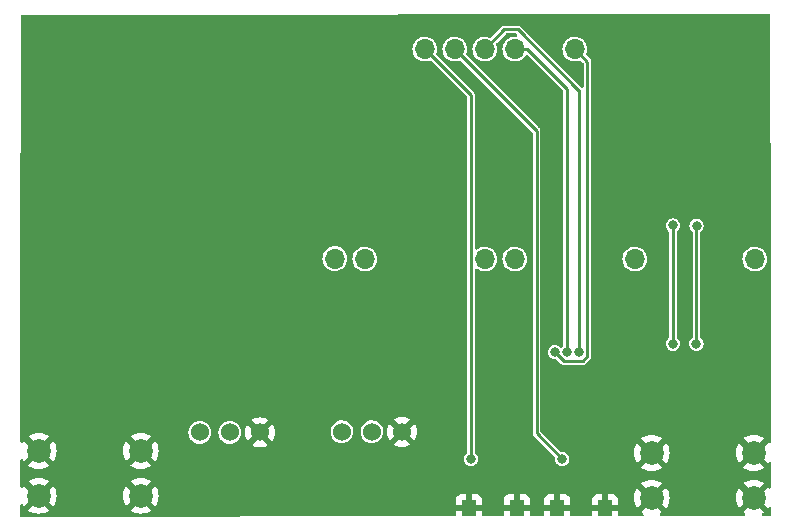
<source format=gbl>
%TF.GenerationSoftware,KiCad,Pcbnew,(6.0.6)*%
%TF.CreationDate,2022-06-29T14:14:22-05:00*%
%TF.ProjectId,FireflyV0,46697265-666c-4795-9630-2e6b69636164,rev?*%
%TF.SameCoordinates,Original*%
%TF.FileFunction,Copper,L2,Bot*%
%TF.FilePolarity,Positive*%
%FSLAX46Y46*%
G04 Gerber Fmt 4.6, Leading zero omitted, Abs format (unit mm)*
G04 Created by KiCad (PCBNEW (6.0.6)) date 2022-06-29 14:14:22*
%MOMM*%
%LPD*%
G01*
G04 APERTURE LIST*
%TA.AperFunction,ComponentPad*%
%ADD10O,1.700000X1.700000*%
%TD*%
%TA.AperFunction,ComponentPad*%
%ADD11R,1.200000X1.400000*%
%TD*%
%TA.AperFunction,ComponentPad*%
%ADD12C,2.010000*%
%TD*%
%TA.AperFunction,ComponentPad*%
%ADD13C,1.524000*%
%TD*%
%TA.AperFunction,ViaPad*%
%ADD14C,0.800000*%
%TD*%
%TA.AperFunction,Conductor*%
%ADD15C,0.250000*%
%TD*%
G04 APERTURE END LIST*
D10*
X60710000Y-16060000D03*
X55630000Y-16060000D03*
X53090000Y-16060000D03*
X50550000Y-16060000D03*
X48010000Y-16060000D03*
X40390000Y-33800000D03*
X42930000Y-33840000D03*
X53090000Y-33840000D03*
X55630000Y-33840000D03*
X65790000Y-33840000D03*
X75950000Y-33840000D03*
D11*
X63265000Y-54950000D03*
X59215000Y-54950000D03*
X55785000Y-54950000D03*
X51735000Y-54950000D03*
D12*
X15313821Y-50082500D03*
X15313821Y-53882500D03*
X23953821Y-53882500D03*
X23953821Y-50082500D03*
X67210000Y-50250000D03*
X67210000Y-54050000D03*
X75850000Y-54050000D03*
X75850000Y-50250000D03*
D13*
X46070000Y-48460000D03*
X43530000Y-48460000D03*
X40990000Y-48460000D03*
X34030000Y-48520000D03*
X31490000Y-48520000D03*
X28950000Y-48520000D03*
D14*
X24480000Y-15630000D03*
X45470000Y-34800000D03*
X16300000Y-28410000D03*
X58190000Y-34690000D03*
X69000000Y-41000000D03*
X69010000Y-31000500D03*
X60050000Y-41740000D03*
X71000000Y-41000000D03*
X71010000Y-31010000D03*
X51900000Y-50770000D03*
X59650000Y-50790000D03*
X59020000Y-41730000D03*
X61050000Y-41750000D03*
D15*
X51915000Y-19965000D02*
X48010000Y-16060000D01*
X50550000Y-16060000D02*
X57465000Y-22975000D01*
X55867959Y-14397959D02*
X61050000Y-19580000D01*
X54752041Y-14397959D02*
X55867959Y-14397959D01*
X53090000Y-16060000D02*
X54752041Y-14397959D01*
X61050000Y-19580000D02*
X61050000Y-19564695D01*
X61050000Y-41750000D02*
X61050000Y-19580000D01*
X56690000Y-16060000D02*
X55630000Y-16060000D01*
X60050000Y-19420000D02*
X56690000Y-16060000D01*
X60050000Y-41740000D02*
X60050000Y-19420000D01*
X61775000Y-42065000D02*
X61775000Y-17125000D01*
X61775000Y-17125000D02*
X60710000Y-16060000D01*
X69000000Y-41000000D02*
X69000000Y-31000000D01*
X71000000Y-41000000D02*
X71000000Y-31000000D01*
X51915000Y-50755000D02*
X51915000Y-19965000D01*
X51900000Y-50770000D02*
X51915000Y-50755000D01*
X59650000Y-50790000D02*
X57465000Y-48605000D01*
X57465000Y-48605000D02*
X57465000Y-22975000D01*
X59020000Y-41730000D02*
X59020000Y-41735305D01*
X61365000Y-42475000D02*
X61775000Y-42065000D01*
X59020000Y-41735305D02*
X59759695Y-42475000D01*
X59759695Y-42475000D02*
X61365000Y-42475000D01*
%TA.AperFunction,Conductor*%
G36*
X77202204Y-13080102D02*
G01*
X77248790Y-13133677D01*
X77260267Y-13185949D01*
X77305814Y-34709798D01*
X77336760Y-49333441D01*
X77316902Y-49401604D01*
X77263345Y-49448211D01*
X77193092Y-49458463D01*
X77128449Y-49429107D01*
X77103327Y-49399542D01*
X77096204Y-49387918D01*
X77085747Y-49378457D01*
X77076969Y-49382241D01*
X76222022Y-50237188D01*
X76214408Y-50251132D01*
X76214539Y-50252965D01*
X76218790Y-50259580D01*
X77073926Y-51114716D01*
X77086306Y-51121476D01*
X77093956Y-51115749D01*
X77107192Y-51094150D01*
X77159840Y-51046519D01*
X77229881Y-51034912D01*
X77295079Y-51063015D01*
X77334733Y-51121905D01*
X77340625Y-51159717D01*
X77341074Y-51371884D01*
X77344829Y-53146609D01*
X77324971Y-53214772D01*
X77271414Y-53261379D01*
X77201161Y-53271631D01*
X77136518Y-53242275D01*
X77111396Y-53212710D01*
X77096204Y-53187918D01*
X77085747Y-53178457D01*
X77076969Y-53182241D01*
X76222022Y-54037188D01*
X76214408Y-54051132D01*
X76214539Y-54052965D01*
X76218790Y-54059580D01*
X77073926Y-54914716D01*
X77086306Y-54921476D01*
X77093958Y-54915748D01*
X77115207Y-54881073D01*
X77167854Y-54833441D01*
X77237896Y-54821835D01*
X77303093Y-54849939D01*
X77342747Y-54908829D01*
X77348639Y-54946639D01*
X77349243Y-55232175D01*
X77349733Y-55463893D01*
X77329875Y-55532055D01*
X77276318Y-55578662D01*
X77223893Y-55590159D01*
X76861458Y-55590615D01*
X76678191Y-55590845D01*
X76610046Y-55570928D01*
X76563485Y-55517331D01*
X76553293Y-55447070D01*
X76582705Y-55382452D01*
X76612198Y-55357412D01*
X76712083Y-55296203D01*
X76721543Y-55285747D01*
X76717759Y-55276969D01*
X75862812Y-54422022D01*
X75848868Y-54414408D01*
X75847035Y-54414539D01*
X75840420Y-54418790D01*
X74985284Y-55273926D01*
X74978524Y-55286306D01*
X74984252Y-55293957D01*
X75091194Y-55359491D01*
X75138826Y-55412139D01*
X75150433Y-55482180D01*
X75122330Y-55547378D01*
X75063440Y-55587032D01*
X75025519Y-55592924D01*
X68020417Y-55601737D01*
X67952271Y-55581821D01*
X67905710Y-55528223D01*
X67895518Y-55457962D01*
X67924930Y-55393344D01*
X67954424Y-55368304D01*
X68072082Y-55296204D01*
X68081543Y-55285747D01*
X68077759Y-55276969D01*
X67222812Y-54422022D01*
X67208868Y-54414408D01*
X67207035Y-54414539D01*
X67200420Y-54418790D01*
X66345284Y-55273926D01*
X66338524Y-55286306D01*
X66344251Y-55293956D01*
X66468897Y-55370339D01*
X66516528Y-55422987D01*
X66528135Y-55493028D01*
X66500032Y-55558226D01*
X66441142Y-55597880D01*
X66403222Y-55603772D01*
X65053183Y-55605470D01*
X64499158Y-55606167D01*
X64431013Y-55586251D01*
X64384452Y-55532653D01*
X64373000Y-55480167D01*
X64373000Y-55222115D01*
X64368525Y-55206876D01*
X64367135Y-55205671D01*
X64359452Y-55204000D01*
X62175116Y-55204000D01*
X62159877Y-55208475D01*
X62158672Y-55209865D01*
X62157001Y-55217548D01*
X62157001Y-55483272D01*
X62136999Y-55551393D01*
X62083343Y-55597886D01*
X62031159Y-55609272D01*
X60449158Y-55611262D01*
X60381013Y-55591346D01*
X60334452Y-55537748D01*
X60323000Y-55485262D01*
X60323000Y-55222115D01*
X60318525Y-55206876D01*
X60317135Y-55205671D01*
X60309452Y-55204000D01*
X58125116Y-55204000D01*
X58109877Y-55208475D01*
X58108672Y-55209865D01*
X58107001Y-55217548D01*
X58107001Y-55488367D01*
X58086999Y-55556488D01*
X58033343Y-55602981D01*
X57981159Y-55614367D01*
X57019158Y-55615577D01*
X56951013Y-55595661D01*
X56904452Y-55542063D01*
X56893000Y-55489577D01*
X56893000Y-55222115D01*
X56888525Y-55206876D01*
X56887135Y-55205671D01*
X56879452Y-55204000D01*
X54695116Y-55204000D01*
X54679877Y-55208475D01*
X54678672Y-55209865D01*
X54677001Y-55217548D01*
X54677001Y-55492682D01*
X54656999Y-55560803D01*
X54603343Y-55607296D01*
X54551159Y-55618682D01*
X52969158Y-55620672D01*
X52901013Y-55600756D01*
X52854452Y-55547158D01*
X52843000Y-55494672D01*
X52843000Y-55222115D01*
X52838525Y-55206876D01*
X52837135Y-55205671D01*
X52829452Y-55204000D01*
X50645116Y-55204000D01*
X50629877Y-55208475D01*
X50628672Y-55209865D01*
X50627001Y-55217548D01*
X50627001Y-55497777D01*
X50606999Y-55565898D01*
X50553343Y-55612391D01*
X50501160Y-55623777D01*
X13886218Y-55669841D01*
X13818072Y-55649925D01*
X13771511Y-55596327D01*
X13760059Y-55543782D01*
X13760062Y-55537748D01*
X13760259Y-55118806D01*
X14442345Y-55118806D01*
X14448072Y-55126456D01*
X14620590Y-55232175D01*
X14629384Y-55236656D01*
X14840260Y-55324004D01*
X14849645Y-55327053D01*
X15071591Y-55380338D01*
X15081338Y-55381881D01*
X15308891Y-55399790D01*
X15318751Y-55399790D01*
X15546304Y-55381881D01*
X15556051Y-55380338D01*
X15777997Y-55327053D01*
X15787382Y-55324004D01*
X15998258Y-55236656D01*
X16007052Y-55232175D01*
X16175904Y-55128703D01*
X16184858Y-55118806D01*
X23082345Y-55118806D01*
X23088072Y-55126456D01*
X23260590Y-55232175D01*
X23269384Y-55236656D01*
X23480260Y-55324004D01*
X23489645Y-55327053D01*
X23711591Y-55380338D01*
X23721338Y-55381881D01*
X23948891Y-55399790D01*
X23958751Y-55399790D01*
X24186304Y-55381881D01*
X24196051Y-55380338D01*
X24417997Y-55327053D01*
X24427382Y-55324004D01*
X24638258Y-55236656D01*
X24647052Y-55232175D01*
X24815904Y-55128703D01*
X24825364Y-55118247D01*
X24821580Y-55109469D01*
X23966633Y-54254522D01*
X23952689Y-54246908D01*
X23950856Y-54247039D01*
X23944241Y-54251290D01*
X23089105Y-55106426D01*
X23082345Y-55118806D01*
X16184858Y-55118806D01*
X16185364Y-55118247D01*
X16181580Y-55109469D01*
X15326633Y-54254522D01*
X15312689Y-54246908D01*
X15310856Y-54247039D01*
X15304241Y-54251290D01*
X14449105Y-55106426D01*
X14442345Y-55118806D01*
X13760259Y-55118806D01*
X13760461Y-54690050D01*
X13780495Y-54621940D01*
X13834173Y-54575473D01*
X13904451Y-54565402D01*
X13969018Y-54594925D01*
X13993894Y-54624276D01*
X14067618Y-54744583D01*
X14078074Y-54754043D01*
X14086852Y-54750259D01*
X14941799Y-53895312D01*
X14948177Y-53883632D01*
X15678229Y-53883632D01*
X15678360Y-53885465D01*
X15682611Y-53892080D01*
X16537747Y-54747216D01*
X16550127Y-54753976D01*
X16557777Y-54748249D01*
X16663496Y-54575731D01*
X16667977Y-54566937D01*
X16755325Y-54356061D01*
X16758374Y-54346676D01*
X16811659Y-54124730D01*
X16813202Y-54114983D01*
X16831111Y-53887430D01*
X22436531Y-53887430D01*
X22454440Y-54114983D01*
X22455983Y-54124730D01*
X22509268Y-54346676D01*
X22512317Y-54356061D01*
X22599665Y-54566937D01*
X22604146Y-54575731D01*
X22707618Y-54744583D01*
X22718074Y-54754043D01*
X22726852Y-54750259D01*
X23581799Y-53895312D01*
X23588177Y-53883632D01*
X24318229Y-53883632D01*
X24318360Y-53885465D01*
X24322611Y-53892080D01*
X25177747Y-54747216D01*
X25190127Y-54753976D01*
X25197777Y-54748249D01*
X25240896Y-54677885D01*
X50627000Y-54677885D01*
X50631475Y-54693124D01*
X50632865Y-54694329D01*
X50640548Y-54696000D01*
X51462885Y-54696000D01*
X51478124Y-54691525D01*
X51479329Y-54690135D01*
X51481000Y-54682452D01*
X51481000Y-54677885D01*
X51989000Y-54677885D01*
X51993475Y-54693124D01*
X51994865Y-54694329D01*
X52002548Y-54696000D01*
X52824884Y-54696000D01*
X52840123Y-54691525D01*
X52841328Y-54690135D01*
X52842999Y-54682452D01*
X52842999Y-54677885D01*
X54677000Y-54677885D01*
X54681475Y-54693124D01*
X54682865Y-54694329D01*
X54690548Y-54696000D01*
X55512885Y-54696000D01*
X55528124Y-54691525D01*
X55529329Y-54690135D01*
X55531000Y-54682452D01*
X55531000Y-54677885D01*
X56039000Y-54677885D01*
X56043475Y-54693124D01*
X56044865Y-54694329D01*
X56052548Y-54696000D01*
X56874884Y-54696000D01*
X56890123Y-54691525D01*
X56891328Y-54690135D01*
X56892999Y-54682452D01*
X56892999Y-54677885D01*
X58107000Y-54677885D01*
X58111475Y-54693124D01*
X58112865Y-54694329D01*
X58120548Y-54696000D01*
X58942885Y-54696000D01*
X58958124Y-54691525D01*
X58959329Y-54690135D01*
X58961000Y-54682452D01*
X58961000Y-54677885D01*
X59469000Y-54677885D01*
X59473475Y-54693124D01*
X59474865Y-54694329D01*
X59482548Y-54696000D01*
X60304884Y-54696000D01*
X60320123Y-54691525D01*
X60321328Y-54690135D01*
X60322999Y-54682452D01*
X60322999Y-54677885D01*
X62157000Y-54677885D01*
X62161475Y-54693124D01*
X62162865Y-54694329D01*
X62170548Y-54696000D01*
X62992885Y-54696000D01*
X63008124Y-54691525D01*
X63009329Y-54690135D01*
X63011000Y-54682452D01*
X63011000Y-54677885D01*
X63519000Y-54677885D01*
X63523475Y-54693124D01*
X63524865Y-54694329D01*
X63532548Y-54696000D01*
X64354884Y-54696000D01*
X64370123Y-54691525D01*
X64371328Y-54690135D01*
X64372999Y-54682452D01*
X64372999Y-54205331D01*
X64372629Y-54198510D01*
X64367105Y-54147648D01*
X64363479Y-54132396D01*
X64334438Y-54054930D01*
X65692710Y-54054930D01*
X65710619Y-54282483D01*
X65712162Y-54292230D01*
X65765447Y-54514176D01*
X65768496Y-54523561D01*
X65855844Y-54734437D01*
X65860325Y-54743231D01*
X65963797Y-54912083D01*
X65974253Y-54921543D01*
X65983031Y-54917759D01*
X66837978Y-54062812D01*
X66844356Y-54051132D01*
X67574408Y-54051132D01*
X67574539Y-54052965D01*
X67578790Y-54059580D01*
X68433926Y-54914716D01*
X68446306Y-54921476D01*
X68453956Y-54915749D01*
X68559675Y-54743231D01*
X68564156Y-54734437D01*
X68651504Y-54523561D01*
X68654553Y-54514176D01*
X68707838Y-54292230D01*
X68709381Y-54282483D01*
X68727290Y-54054930D01*
X74332710Y-54054930D01*
X74350619Y-54282483D01*
X74352162Y-54292230D01*
X74405447Y-54514176D01*
X74408496Y-54523561D01*
X74495844Y-54734437D01*
X74500325Y-54743231D01*
X74603797Y-54912083D01*
X74614253Y-54921543D01*
X74623031Y-54917759D01*
X75477978Y-54062812D01*
X75485592Y-54048868D01*
X75485461Y-54047035D01*
X75481210Y-54040420D01*
X74626074Y-53185284D01*
X74613694Y-53178524D01*
X74606044Y-53184251D01*
X74500325Y-53356769D01*
X74495844Y-53365563D01*
X74408496Y-53576439D01*
X74405447Y-53585824D01*
X74352162Y-53807770D01*
X74350619Y-53817517D01*
X74332710Y-54045070D01*
X74332710Y-54054930D01*
X68727290Y-54054930D01*
X68727290Y-54045070D01*
X68709381Y-53817517D01*
X68707838Y-53807770D01*
X68654553Y-53585824D01*
X68651504Y-53576439D01*
X68564156Y-53365563D01*
X68559675Y-53356769D01*
X68456203Y-53187917D01*
X68445747Y-53178457D01*
X68436969Y-53182241D01*
X67582022Y-54037188D01*
X67574408Y-54051132D01*
X66844356Y-54051132D01*
X66845592Y-54048868D01*
X66845461Y-54047035D01*
X66841210Y-54040420D01*
X65986074Y-53185284D01*
X65973694Y-53178524D01*
X65966044Y-53184251D01*
X65860325Y-53356769D01*
X65855844Y-53365563D01*
X65768496Y-53576439D01*
X65765447Y-53585824D01*
X65712162Y-53807770D01*
X65710619Y-53817517D01*
X65692710Y-54045070D01*
X65692710Y-54054930D01*
X64334438Y-54054930D01*
X64318324Y-54011946D01*
X64309786Y-53996351D01*
X64233285Y-53894276D01*
X64220724Y-53881715D01*
X64118649Y-53805214D01*
X64103054Y-53796676D01*
X63982606Y-53751522D01*
X63967351Y-53747895D01*
X63916486Y-53742369D01*
X63909672Y-53742000D01*
X63537115Y-53742000D01*
X63521876Y-53746475D01*
X63520671Y-53747865D01*
X63519000Y-53755548D01*
X63519000Y-54677885D01*
X63011000Y-54677885D01*
X63011000Y-53760116D01*
X63006525Y-53744877D01*
X63005135Y-53743672D01*
X62997452Y-53742001D01*
X62620331Y-53742001D01*
X62613510Y-53742371D01*
X62562648Y-53747895D01*
X62547396Y-53751521D01*
X62426946Y-53796676D01*
X62411351Y-53805214D01*
X62309276Y-53881715D01*
X62296715Y-53894276D01*
X62220214Y-53996351D01*
X62211676Y-54011946D01*
X62166522Y-54132394D01*
X62162895Y-54147649D01*
X62157369Y-54198514D01*
X62157000Y-54205328D01*
X62157000Y-54677885D01*
X60322999Y-54677885D01*
X60322999Y-54205331D01*
X60322629Y-54198510D01*
X60317105Y-54147648D01*
X60313479Y-54132396D01*
X60268324Y-54011946D01*
X60259786Y-53996351D01*
X60183285Y-53894276D01*
X60170724Y-53881715D01*
X60068649Y-53805214D01*
X60053054Y-53796676D01*
X59932606Y-53751522D01*
X59917351Y-53747895D01*
X59866486Y-53742369D01*
X59859672Y-53742000D01*
X59487115Y-53742000D01*
X59471876Y-53746475D01*
X59470671Y-53747865D01*
X59469000Y-53755548D01*
X59469000Y-54677885D01*
X58961000Y-54677885D01*
X58961000Y-53760116D01*
X58956525Y-53744877D01*
X58955135Y-53743672D01*
X58947452Y-53742001D01*
X58570331Y-53742001D01*
X58563510Y-53742371D01*
X58512648Y-53747895D01*
X58497396Y-53751521D01*
X58376946Y-53796676D01*
X58361351Y-53805214D01*
X58259276Y-53881715D01*
X58246715Y-53894276D01*
X58170214Y-53996351D01*
X58161676Y-54011946D01*
X58116522Y-54132394D01*
X58112895Y-54147649D01*
X58107369Y-54198514D01*
X58107000Y-54205328D01*
X58107000Y-54677885D01*
X56892999Y-54677885D01*
X56892999Y-54205331D01*
X56892629Y-54198510D01*
X56887105Y-54147648D01*
X56883479Y-54132396D01*
X56838324Y-54011946D01*
X56829786Y-53996351D01*
X56753285Y-53894276D01*
X56740724Y-53881715D01*
X56638649Y-53805214D01*
X56623054Y-53796676D01*
X56502606Y-53751522D01*
X56487351Y-53747895D01*
X56436486Y-53742369D01*
X56429672Y-53742000D01*
X56057115Y-53742000D01*
X56041876Y-53746475D01*
X56040671Y-53747865D01*
X56039000Y-53755548D01*
X56039000Y-54677885D01*
X55531000Y-54677885D01*
X55531000Y-53760116D01*
X55526525Y-53744877D01*
X55525135Y-53743672D01*
X55517452Y-53742001D01*
X55140331Y-53742001D01*
X55133510Y-53742371D01*
X55082648Y-53747895D01*
X55067396Y-53751521D01*
X54946946Y-53796676D01*
X54931351Y-53805214D01*
X54829276Y-53881715D01*
X54816715Y-53894276D01*
X54740214Y-53996351D01*
X54731676Y-54011946D01*
X54686522Y-54132394D01*
X54682895Y-54147649D01*
X54677369Y-54198514D01*
X54677000Y-54205328D01*
X54677000Y-54677885D01*
X52842999Y-54677885D01*
X52842999Y-54205331D01*
X52842629Y-54198510D01*
X52837105Y-54147648D01*
X52833479Y-54132396D01*
X52788324Y-54011946D01*
X52779786Y-53996351D01*
X52703285Y-53894276D01*
X52690724Y-53881715D01*
X52588649Y-53805214D01*
X52573054Y-53796676D01*
X52452606Y-53751522D01*
X52437351Y-53747895D01*
X52386486Y-53742369D01*
X52379672Y-53742000D01*
X52007115Y-53742000D01*
X51991876Y-53746475D01*
X51990671Y-53747865D01*
X51989000Y-53755548D01*
X51989000Y-54677885D01*
X51481000Y-54677885D01*
X51481000Y-53760116D01*
X51476525Y-53744877D01*
X51475135Y-53743672D01*
X51467452Y-53742001D01*
X51090331Y-53742001D01*
X51083510Y-53742371D01*
X51032648Y-53747895D01*
X51017396Y-53751521D01*
X50896946Y-53796676D01*
X50881351Y-53805214D01*
X50779276Y-53881715D01*
X50766715Y-53894276D01*
X50690214Y-53996351D01*
X50681676Y-54011946D01*
X50636522Y-54132394D01*
X50632895Y-54147649D01*
X50627369Y-54198514D01*
X50627000Y-54205328D01*
X50627000Y-54677885D01*
X25240896Y-54677885D01*
X25303496Y-54575731D01*
X25307977Y-54566937D01*
X25395325Y-54356061D01*
X25398374Y-54346676D01*
X25451659Y-54124730D01*
X25453202Y-54114983D01*
X25471111Y-53887430D01*
X25471111Y-53877570D01*
X25453202Y-53650017D01*
X25451659Y-53640270D01*
X25398374Y-53418324D01*
X25395325Y-53408939D01*
X25307977Y-53198063D01*
X25303496Y-53189269D01*
X25200024Y-53020417D01*
X25189568Y-53010957D01*
X25180790Y-53014741D01*
X24325843Y-53869688D01*
X24318229Y-53883632D01*
X23588177Y-53883632D01*
X23589413Y-53881368D01*
X23589282Y-53879535D01*
X23585031Y-53872920D01*
X22729895Y-53017784D01*
X22717515Y-53011024D01*
X22709865Y-53016751D01*
X22604146Y-53189269D01*
X22599665Y-53198063D01*
X22512317Y-53408939D01*
X22509268Y-53418324D01*
X22455983Y-53640270D01*
X22454440Y-53650017D01*
X22436531Y-53877570D01*
X22436531Y-53887430D01*
X16831111Y-53887430D01*
X16831111Y-53877570D01*
X16813202Y-53650017D01*
X16811659Y-53640270D01*
X16758374Y-53418324D01*
X16755325Y-53408939D01*
X16667977Y-53198063D01*
X16663496Y-53189269D01*
X16560024Y-53020417D01*
X16549568Y-53010957D01*
X16540790Y-53014741D01*
X15685843Y-53869688D01*
X15678229Y-53883632D01*
X14948177Y-53883632D01*
X14949413Y-53881368D01*
X14949282Y-53879535D01*
X14945031Y-53872920D01*
X14089895Y-53017784D01*
X14077515Y-53011024D01*
X14069864Y-53016752D01*
X13994656Y-53139481D01*
X13942009Y-53187113D01*
X13871967Y-53198720D01*
X13806769Y-53170617D01*
X13767115Y-53111727D01*
X13761223Y-53073588D01*
X13761424Y-52646753D01*
X14442278Y-52646753D01*
X14446062Y-52655531D01*
X15301009Y-53510478D01*
X15314953Y-53518092D01*
X15316786Y-53517961D01*
X15323401Y-53513710D01*
X16178537Y-52658574D01*
X16184992Y-52646753D01*
X23082278Y-52646753D01*
X23086062Y-52655531D01*
X23941009Y-53510478D01*
X23954953Y-53518092D01*
X23956786Y-53517961D01*
X23963401Y-53513710D01*
X24662858Y-52814253D01*
X66338457Y-52814253D01*
X66342241Y-52823031D01*
X67197188Y-53677978D01*
X67211132Y-53685592D01*
X67212965Y-53685461D01*
X67219580Y-53681210D01*
X68074716Y-52826074D01*
X68081171Y-52814253D01*
X74978457Y-52814253D01*
X74982241Y-52823031D01*
X75837188Y-53677978D01*
X75851132Y-53685592D01*
X75852965Y-53685461D01*
X75859580Y-53681210D01*
X76714716Y-52826074D01*
X76721476Y-52813694D01*
X76715749Y-52806044D01*
X76543231Y-52700325D01*
X76534437Y-52695844D01*
X76323561Y-52608496D01*
X76314176Y-52605447D01*
X76092230Y-52552162D01*
X76082483Y-52550619D01*
X75854930Y-52532710D01*
X75845070Y-52532710D01*
X75617517Y-52550619D01*
X75607770Y-52552162D01*
X75385824Y-52605447D01*
X75376439Y-52608496D01*
X75165563Y-52695844D01*
X75156769Y-52700325D01*
X74987917Y-52803797D01*
X74978457Y-52814253D01*
X68081171Y-52814253D01*
X68081476Y-52813694D01*
X68075749Y-52806044D01*
X67903231Y-52700325D01*
X67894437Y-52695844D01*
X67683561Y-52608496D01*
X67674176Y-52605447D01*
X67452230Y-52552162D01*
X67442483Y-52550619D01*
X67214930Y-52532710D01*
X67205070Y-52532710D01*
X66977517Y-52550619D01*
X66967770Y-52552162D01*
X66745824Y-52605447D01*
X66736439Y-52608496D01*
X66525563Y-52695844D01*
X66516769Y-52700325D01*
X66347917Y-52803797D01*
X66338457Y-52814253D01*
X24662858Y-52814253D01*
X24818537Y-52658574D01*
X24825297Y-52646194D01*
X24819570Y-52638544D01*
X24647052Y-52532825D01*
X24638258Y-52528344D01*
X24427382Y-52440996D01*
X24417997Y-52437947D01*
X24196051Y-52384662D01*
X24186304Y-52383119D01*
X23958751Y-52365210D01*
X23948891Y-52365210D01*
X23721338Y-52383119D01*
X23711591Y-52384662D01*
X23489645Y-52437947D01*
X23480260Y-52440996D01*
X23269384Y-52528344D01*
X23260590Y-52532825D01*
X23091738Y-52636297D01*
X23082278Y-52646753D01*
X16184992Y-52646753D01*
X16185297Y-52646194D01*
X16179570Y-52638544D01*
X16007052Y-52532825D01*
X15998258Y-52528344D01*
X15787382Y-52440996D01*
X15777997Y-52437947D01*
X15556051Y-52384662D01*
X15546304Y-52383119D01*
X15318751Y-52365210D01*
X15308891Y-52365210D01*
X15081338Y-52383119D01*
X15071591Y-52384662D01*
X14849645Y-52437947D01*
X14840260Y-52440996D01*
X14629384Y-52528344D01*
X14620590Y-52532825D01*
X14451738Y-52636297D01*
X14442278Y-52646753D01*
X13761424Y-52646753D01*
X13762049Y-51318806D01*
X14442345Y-51318806D01*
X14448072Y-51326456D01*
X14620590Y-51432175D01*
X14629384Y-51436656D01*
X14840260Y-51524004D01*
X14849645Y-51527053D01*
X15071591Y-51580338D01*
X15081338Y-51581881D01*
X15308891Y-51599790D01*
X15318751Y-51599790D01*
X15546304Y-51581881D01*
X15556051Y-51580338D01*
X15777997Y-51527053D01*
X15787382Y-51524004D01*
X15998258Y-51436656D01*
X16007052Y-51432175D01*
X16175904Y-51328703D01*
X16184858Y-51318806D01*
X23082345Y-51318806D01*
X23088072Y-51326456D01*
X23260590Y-51432175D01*
X23269384Y-51436656D01*
X23480260Y-51524004D01*
X23489645Y-51527053D01*
X23711591Y-51580338D01*
X23721338Y-51581881D01*
X23948891Y-51599790D01*
X23958751Y-51599790D01*
X24186304Y-51581881D01*
X24196051Y-51580338D01*
X24417997Y-51527053D01*
X24427382Y-51524004D01*
X24518393Y-51486306D01*
X66338524Y-51486306D01*
X66344251Y-51493956D01*
X66516769Y-51599675D01*
X66525563Y-51604156D01*
X66736439Y-51691504D01*
X66745824Y-51694553D01*
X66967770Y-51747838D01*
X66977517Y-51749381D01*
X67205070Y-51767290D01*
X67214930Y-51767290D01*
X67442483Y-51749381D01*
X67452230Y-51747838D01*
X67674176Y-51694553D01*
X67683561Y-51691504D01*
X67894437Y-51604156D01*
X67903231Y-51599675D01*
X68072083Y-51496203D01*
X68081037Y-51486306D01*
X74978524Y-51486306D01*
X74984251Y-51493956D01*
X75156769Y-51599675D01*
X75165563Y-51604156D01*
X75376439Y-51691504D01*
X75385824Y-51694553D01*
X75607770Y-51747838D01*
X75617517Y-51749381D01*
X75845070Y-51767290D01*
X75854930Y-51767290D01*
X76082483Y-51749381D01*
X76092230Y-51747838D01*
X76314176Y-51694553D01*
X76323561Y-51691504D01*
X76534437Y-51604156D01*
X76543231Y-51599675D01*
X76712083Y-51496203D01*
X76721543Y-51485747D01*
X76717759Y-51476969D01*
X75862812Y-50622022D01*
X75848868Y-50614408D01*
X75847035Y-50614539D01*
X75840420Y-50618790D01*
X74985284Y-51473926D01*
X74978524Y-51486306D01*
X68081037Y-51486306D01*
X68081543Y-51485747D01*
X68077759Y-51476969D01*
X67222812Y-50622022D01*
X67208868Y-50614408D01*
X67207035Y-50614539D01*
X67200420Y-50618790D01*
X66345284Y-51473926D01*
X66338524Y-51486306D01*
X24518393Y-51486306D01*
X24638258Y-51436656D01*
X24647052Y-51432175D01*
X24815904Y-51328703D01*
X24825364Y-51318247D01*
X24821580Y-51309469D01*
X23966633Y-50454522D01*
X23952689Y-50446908D01*
X23950856Y-50447039D01*
X23944241Y-50451290D01*
X23089105Y-51306426D01*
X23082345Y-51318806D01*
X16184858Y-51318806D01*
X16185364Y-51318247D01*
X16181580Y-51309469D01*
X15326633Y-50454522D01*
X15312689Y-50446908D01*
X15310856Y-50447039D01*
X15304241Y-50451290D01*
X14449105Y-51306426D01*
X14442345Y-51318806D01*
X13762049Y-51318806D01*
X13762250Y-50892970D01*
X13782284Y-50824858D01*
X13835962Y-50778391D01*
X13906240Y-50768320D01*
X13970807Y-50797843D01*
X13995683Y-50827195D01*
X14067617Y-50944582D01*
X14078074Y-50954043D01*
X14086852Y-50950259D01*
X14941799Y-50095312D01*
X14948177Y-50083632D01*
X15678229Y-50083632D01*
X15678360Y-50085465D01*
X15682611Y-50092080D01*
X16537747Y-50947216D01*
X16550127Y-50953976D01*
X16557777Y-50948249D01*
X16663496Y-50775731D01*
X16667977Y-50766937D01*
X16755325Y-50556061D01*
X16758374Y-50546676D01*
X16811659Y-50324730D01*
X16813202Y-50314983D01*
X16831111Y-50087430D01*
X22436531Y-50087430D01*
X22454440Y-50314983D01*
X22455983Y-50324730D01*
X22509268Y-50546676D01*
X22512317Y-50556061D01*
X22599665Y-50766937D01*
X22604146Y-50775731D01*
X22707618Y-50944583D01*
X22718074Y-50954043D01*
X22726852Y-50950259D01*
X23581799Y-50095312D01*
X23588177Y-50083632D01*
X24318229Y-50083632D01*
X24318360Y-50085465D01*
X24322611Y-50092080D01*
X25177747Y-50947216D01*
X25190127Y-50953976D01*
X25197777Y-50948249D01*
X25303496Y-50775731D01*
X25307977Y-50766937D01*
X25395325Y-50556061D01*
X25398374Y-50546676D01*
X25451659Y-50324730D01*
X25453202Y-50314983D01*
X25471111Y-50087430D01*
X25471111Y-50077570D01*
X25453202Y-49850017D01*
X25451659Y-49840270D01*
X25398374Y-49618324D01*
X25395325Y-49608939D01*
X25382831Y-49578777D01*
X33335777Y-49578777D01*
X33345074Y-49590793D01*
X33388069Y-49620898D01*
X33397555Y-49626376D01*
X33588993Y-49715645D01*
X33599285Y-49719391D01*
X33803309Y-49774059D01*
X33814104Y-49775962D01*
X34024525Y-49794372D01*
X34035475Y-49794372D01*
X34245896Y-49775962D01*
X34256691Y-49774059D01*
X34460715Y-49719391D01*
X34471007Y-49715645D01*
X34662445Y-49626376D01*
X34671931Y-49620898D01*
X34715764Y-49590207D01*
X34724139Y-49579729D01*
X34717071Y-49566281D01*
X34669567Y-49518777D01*
X45375777Y-49518777D01*
X45385074Y-49530793D01*
X45428069Y-49560898D01*
X45437555Y-49566376D01*
X45628993Y-49655645D01*
X45639285Y-49659391D01*
X45843309Y-49714059D01*
X45854104Y-49715962D01*
X46064525Y-49734372D01*
X46075475Y-49734372D01*
X46285896Y-49715962D01*
X46296691Y-49714059D01*
X46500715Y-49659391D01*
X46511007Y-49655645D01*
X46702445Y-49566376D01*
X46711931Y-49560898D01*
X46755764Y-49530207D01*
X46764139Y-49519729D01*
X46757071Y-49506281D01*
X46082812Y-48832022D01*
X46068868Y-48824408D01*
X46067035Y-48824539D01*
X46060420Y-48828790D01*
X45382207Y-49507003D01*
X45375777Y-49518777D01*
X34669567Y-49518777D01*
X34042812Y-48892022D01*
X34028868Y-48884408D01*
X34027035Y-48884539D01*
X34020420Y-48888790D01*
X33342207Y-49567003D01*
X33335777Y-49578777D01*
X25382831Y-49578777D01*
X25307977Y-49398063D01*
X25303496Y-49389269D01*
X25200024Y-49220417D01*
X25189568Y-49210957D01*
X25180790Y-49214741D01*
X24325843Y-50069688D01*
X24318229Y-50083632D01*
X23588177Y-50083632D01*
X23589413Y-50081368D01*
X23589282Y-50079535D01*
X23585031Y-50072920D01*
X22729895Y-49217784D01*
X22717515Y-49211024D01*
X22709865Y-49216751D01*
X22604146Y-49389269D01*
X22599665Y-49398063D01*
X22512317Y-49608939D01*
X22509268Y-49618324D01*
X22455983Y-49840270D01*
X22454440Y-49850017D01*
X22436531Y-50077570D01*
X22436531Y-50087430D01*
X16831111Y-50087430D01*
X16831111Y-50077570D01*
X16813202Y-49850017D01*
X16811659Y-49840270D01*
X16758374Y-49618324D01*
X16755325Y-49608939D01*
X16667977Y-49398063D01*
X16663496Y-49389269D01*
X16560024Y-49220417D01*
X16549568Y-49210957D01*
X16540790Y-49214741D01*
X15685843Y-50069688D01*
X15678229Y-50083632D01*
X14948177Y-50083632D01*
X14949413Y-50081368D01*
X14949282Y-50079535D01*
X14945031Y-50072920D01*
X14089895Y-49217784D01*
X14077515Y-49211024D01*
X14069864Y-49216752D01*
X13996447Y-49336558D01*
X13943800Y-49384190D01*
X13873758Y-49395797D01*
X13808560Y-49367694D01*
X13768906Y-49308804D01*
X13763014Y-49270665D01*
X13763214Y-48846753D01*
X14442278Y-48846753D01*
X14446062Y-48855531D01*
X15301009Y-49710478D01*
X15314953Y-49718092D01*
X15316786Y-49717961D01*
X15323401Y-49713710D01*
X16178537Y-48858574D01*
X16184992Y-48846753D01*
X23082278Y-48846753D01*
X23086062Y-48855531D01*
X23941009Y-49710478D01*
X23954953Y-49718092D01*
X23956786Y-49717961D01*
X23963401Y-49713710D01*
X24818537Y-48858574D01*
X24825297Y-48846194D01*
X24819570Y-48838544D01*
X24647052Y-48732825D01*
X24638258Y-48728344D01*
X24427382Y-48640996D01*
X24417997Y-48637947D01*
X24196051Y-48584662D01*
X24186304Y-48583119D01*
X23958751Y-48565210D01*
X23948891Y-48565210D01*
X23721338Y-48583119D01*
X23711591Y-48584662D01*
X23489645Y-48637947D01*
X23480260Y-48640996D01*
X23269384Y-48728344D01*
X23260590Y-48732825D01*
X23091738Y-48836297D01*
X23082278Y-48846753D01*
X16184992Y-48846753D01*
X16185297Y-48846194D01*
X16179570Y-48838544D01*
X16007052Y-48732825D01*
X15998258Y-48728344D01*
X15787382Y-48640996D01*
X15777997Y-48637947D01*
X15556051Y-48584662D01*
X15546304Y-48583119D01*
X15318751Y-48565210D01*
X15308891Y-48565210D01*
X15081338Y-48583119D01*
X15071591Y-48584662D01*
X14849645Y-48637947D01*
X14840260Y-48640996D01*
X14629384Y-48728344D01*
X14620590Y-48732825D01*
X14451738Y-48836297D01*
X14442278Y-48846753D01*
X13763214Y-48846753D01*
X13763374Y-48506496D01*
X27982937Y-48506496D01*
X27985147Y-48532812D01*
X27998069Y-48686691D01*
X27998732Y-48694590D01*
X28000431Y-48700515D01*
X28044264Y-48853378D01*
X28050760Y-48876034D01*
X28053576Y-48881513D01*
X28121508Y-49013694D01*
X28137040Y-49043917D01*
X28140865Y-49048743D01*
X28140867Y-49048746D01*
X28250456Y-49187014D01*
X28250460Y-49187019D01*
X28254285Y-49191844D01*
X28398030Y-49314180D01*
X28403408Y-49317186D01*
X28403410Y-49317187D01*
X28450062Y-49343260D01*
X28562800Y-49406267D01*
X28742317Y-49464595D01*
X28929745Y-49486945D01*
X28935880Y-49486473D01*
X28935882Y-49486473D01*
X29111803Y-49472937D01*
X29111807Y-49472936D01*
X29117945Y-49472464D01*
X29123877Y-49470808D01*
X29123881Y-49470807D01*
X29293804Y-49423363D01*
X29293808Y-49423362D01*
X29299748Y-49421703D01*
X29424037Y-49358921D01*
X29462728Y-49339377D01*
X29462730Y-49339376D01*
X29468229Y-49336598D01*
X29616970Y-49220388D01*
X29620996Y-49215724D01*
X29620999Y-49215721D01*
X29736278Y-49082169D01*
X29736279Y-49082167D01*
X29740307Y-49077501D01*
X29833542Y-48913378D01*
X29893123Y-48734272D01*
X29916780Y-48547005D01*
X29917157Y-48520000D01*
X29915833Y-48506496D01*
X30522937Y-48506496D01*
X30525147Y-48532812D01*
X30538069Y-48686691D01*
X30538732Y-48694590D01*
X30540431Y-48700515D01*
X30584264Y-48853378D01*
X30590760Y-48876034D01*
X30593576Y-48881513D01*
X30661508Y-49013694D01*
X30677040Y-49043917D01*
X30680865Y-49048743D01*
X30680867Y-49048746D01*
X30790456Y-49187014D01*
X30790460Y-49187019D01*
X30794285Y-49191844D01*
X30938030Y-49314180D01*
X30943408Y-49317186D01*
X30943410Y-49317187D01*
X30990062Y-49343260D01*
X31102800Y-49406267D01*
X31282317Y-49464595D01*
X31469745Y-49486945D01*
X31475880Y-49486473D01*
X31475882Y-49486473D01*
X31651803Y-49472937D01*
X31651807Y-49472936D01*
X31657945Y-49472464D01*
X31663877Y-49470808D01*
X31663881Y-49470807D01*
X31833804Y-49423363D01*
X31833808Y-49423362D01*
X31839748Y-49421703D01*
X31964037Y-49358921D01*
X32002728Y-49339377D01*
X32002730Y-49339376D01*
X32008229Y-49336598D01*
X32156970Y-49220388D01*
X32160996Y-49215724D01*
X32160999Y-49215721D01*
X32276278Y-49082169D01*
X32276279Y-49082167D01*
X32280307Y-49077501D01*
X32373542Y-48913378D01*
X32433123Y-48734272D01*
X32456780Y-48547005D01*
X32457081Y-48525475D01*
X32755628Y-48525475D01*
X32774038Y-48735896D01*
X32775941Y-48746691D01*
X32830609Y-48950715D01*
X32834355Y-48961007D01*
X32923623Y-49152441D01*
X32929103Y-49161932D01*
X32959794Y-49205765D01*
X32970271Y-49214140D01*
X32983718Y-49207072D01*
X33657978Y-48532812D01*
X33664356Y-48521132D01*
X34394408Y-48521132D01*
X34394539Y-48522965D01*
X34398790Y-48529580D01*
X35077003Y-49207793D01*
X35088777Y-49214223D01*
X35100793Y-49204926D01*
X35130897Y-49161932D01*
X35136377Y-49152441D01*
X35225645Y-48961007D01*
X35229391Y-48950715D01*
X35284059Y-48746691D01*
X35285962Y-48735896D01*
X35304372Y-48525475D01*
X35304372Y-48514525D01*
X35298420Y-48446496D01*
X40022937Y-48446496D01*
X40024925Y-48470174D01*
X40037744Y-48622820D01*
X40038732Y-48634590D01*
X40040431Y-48640515D01*
X40088599Y-48808496D01*
X40090760Y-48816034D01*
X40106944Y-48847525D01*
X40159977Y-48950715D01*
X40177040Y-48983917D01*
X40180865Y-48988743D01*
X40180867Y-48988746D01*
X40290456Y-49127014D01*
X40290460Y-49127019D01*
X40294285Y-49131844D01*
X40438030Y-49254180D01*
X40443408Y-49257186D01*
X40443410Y-49257187D01*
X40520415Y-49300224D01*
X40602800Y-49346267D01*
X40782317Y-49404595D01*
X40969745Y-49426945D01*
X40975880Y-49426473D01*
X40975882Y-49426473D01*
X41151803Y-49412937D01*
X41151807Y-49412936D01*
X41157945Y-49412464D01*
X41163877Y-49410808D01*
X41163881Y-49410807D01*
X41333804Y-49363363D01*
X41333808Y-49363362D01*
X41339748Y-49361703D01*
X41433829Y-49314180D01*
X41502728Y-49279377D01*
X41502730Y-49279376D01*
X41508229Y-49276598D01*
X41656970Y-49160388D01*
X41660996Y-49155724D01*
X41660999Y-49155721D01*
X41776278Y-49022169D01*
X41776279Y-49022167D01*
X41780307Y-49017501D01*
X41786816Y-49006044D01*
X41818247Y-48950715D01*
X41873542Y-48853378D01*
X41933123Y-48674272D01*
X41956780Y-48487005D01*
X41957157Y-48460000D01*
X41955833Y-48446496D01*
X42562937Y-48446496D01*
X42564925Y-48470174D01*
X42577744Y-48622820D01*
X42578732Y-48634590D01*
X42580431Y-48640515D01*
X42628599Y-48808496D01*
X42630760Y-48816034D01*
X42646944Y-48847525D01*
X42699977Y-48950715D01*
X42717040Y-48983917D01*
X42720865Y-48988743D01*
X42720867Y-48988746D01*
X42830456Y-49127014D01*
X42830460Y-49127019D01*
X42834285Y-49131844D01*
X42978030Y-49254180D01*
X42983408Y-49257186D01*
X42983410Y-49257187D01*
X43060415Y-49300224D01*
X43142800Y-49346267D01*
X43322317Y-49404595D01*
X43509745Y-49426945D01*
X43515880Y-49426473D01*
X43515882Y-49426473D01*
X43691803Y-49412937D01*
X43691807Y-49412936D01*
X43697945Y-49412464D01*
X43703877Y-49410808D01*
X43703881Y-49410807D01*
X43873804Y-49363363D01*
X43873808Y-49363362D01*
X43879748Y-49361703D01*
X43973829Y-49314180D01*
X44042728Y-49279377D01*
X44042730Y-49279376D01*
X44048229Y-49276598D01*
X44196970Y-49160388D01*
X44200996Y-49155724D01*
X44200999Y-49155721D01*
X44316278Y-49022169D01*
X44316279Y-49022167D01*
X44320307Y-49017501D01*
X44326816Y-49006044D01*
X44358247Y-48950715D01*
X44413542Y-48853378D01*
X44473123Y-48674272D01*
X44496780Y-48487005D01*
X44497081Y-48465475D01*
X44795628Y-48465475D01*
X44814038Y-48675896D01*
X44815941Y-48686691D01*
X44870609Y-48890715D01*
X44874355Y-48901007D01*
X44963623Y-49092441D01*
X44969103Y-49101932D01*
X44999794Y-49145765D01*
X45010271Y-49154140D01*
X45023718Y-49147072D01*
X45697978Y-48472812D01*
X45704356Y-48461132D01*
X46434408Y-48461132D01*
X46434539Y-48462965D01*
X46438790Y-48469580D01*
X47117003Y-49147793D01*
X47128777Y-49154223D01*
X47140793Y-49144926D01*
X47170897Y-49101932D01*
X47176377Y-49092441D01*
X47265645Y-48901007D01*
X47269391Y-48890715D01*
X47324059Y-48686691D01*
X47325962Y-48675896D01*
X47344372Y-48465475D01*
X47344372Y-48454525D01*
X47325962Y-48244104D01*
X47324059Y-48233309D01*
X47269391Y-48029285D01*
X47265645Y-48018993D01*
X47176377Y-47827559D01*
X47170897Y-47818068D01*
X47140206Y-47774235D01*
X47129729Y-47765860D01*
X47116282Y-47772928D01*
X46442022Y-48447188D01*
X46434408Y-48461132D01*
X45704356Y-48461132D01*
X45705592Y-48458868D01*
X45705461Y-48457035D01*
X45701210Y-48450420D01*
X45022997Y-47772207D01*
X45011223Y-47765777D01*
X44999207Y-47775074D01*
X44969103Y-47818068D01*
X44963623Y-47827559D01*
X44874355Y-48018993D01*
X44870609Y-48029285D01*
X44815941Y-48233309D01*
X44814038Y-48244104D01*
X44795628Y-48454525D01*
X44795628Y-48465475D01*
X44497081Y-48465475D01*
X44497157Y-48460000D01*
X44478738Y-48272145D01*
X44424181Y-48091445D01*
X44335566Y-47924783D01*
X44216266Y-47778508D01*
X44209521Y-47772928D01*
X44075577Y-47662120D01*
X44075574Y-47662118D01*
X44070827Y-47658191D01*
X43904788Y-47568414D01*
X43724474Y-47512597D01*
X43718356Y-47511954D01*
X43718351Y-47511953D01*
X43542881Y-47493511D01*
X43542879Y-47493511D01*
X43536752Y-47492867D01*
X43421125Y-47503390D01*
X43354914Y-47509415D01*
X43354913Y-47509415D01*
X43348773Y-47509974D01*
X43167697Y-47563268D01*
X43000420Y-47650718D01*
X42853316Y-47768993D01*
X42731986Y-47913588D01*
X42641052Y-48078996D01*
X42583978Y-48258917D01*
X42562937Y-48446496D01*
X41955833Y-48446496D01*
X41938738Y-48272145D01*
X41884181Y-48091445D01*
X41795566Y-47924783D01*
X41676266Y-47778508D01*
X41669521Y-47772928D01*
X41535577Y-47662120D01*
X41535574Y-47662118D01*
X41530827Y-47658191D01*
X41364788Y-47568414D01*
X41184474Y-47512597D01*
X41178356Y-47511954D01*
X41178351Y-47511953D01*
X41002881Y-47493511D01*
X41002879Y-47493511D01*
X40996752Y-47492867D01*
X40881125Y-47503390D01*
X40814914Y-47509415D01*
X40814913Y-47509415D01*
X40808773Y-47509974D01*
X40627697Y-47563268D01*
X40460420Y-47650718D01*
X40313316Y-47768993D01*
X40191986Y-47913588D01*
X40101052Y-48078996D01*
X40043978Y-48258917D01*
X40022937Y-48446496D01*
X35298420Y-48446496D01*
X35285962Y-48304104D01*
X35284059Y-48293309D01*
X35229391Y-48089285D01*
X35225645Y-48078993D01*
X35136377Y-47887559D01*
X35130897Y-47878068D01*
X35100206Y-47834235D01*
X35089729Y-47825860D01*
X35076282Y-47832928D01*
X34402022Y-48507188D01*
X34394408Y-48521132D01*
X33664356Y-48521132D01*
X33665592Y-48518868D01*
X33665461Y-48517035D01*
X33661210Y-48510420D01*
X32982997Y-47832207D01*
X32971223Y-47825777D01*
X32959207Y-47835074D01*
X32929103Y-47878068D01*
X32923623Y-47887559D01*
X32834355Y-48078993D01*
X32830609Y-48089285D01*
X32775941Y-48293309D01*
X32774038Y-48304104D01*
X32755628Y-48514525D01*
X32755628Y-48525475D01*
X32457081Y-48525475D01*
X32457157Y-48520000D01*
X32438738Y-48332145D01*
X32384181Y-48151445D01*
X32295566Y-47984783D01*
X32176266Y-47838508D01*
X32169521Y-47832928D01*
X32035577Y-47722120D01*
X32035574Y-47722118D01*
X32030827Y-47718191D01*
X31864788Y-47628414D01*
X31684474Y-47572597D01*
X31678356Y-47571954D01*
X31678351Y-47571953D01*
X31502881Y-47553511D01*
X31502879Y-47553511D01*
X31496752Y-47552867D01*
X31382461Y-47563268D01*
X31314914Y-47569415D01*
X31314913Y-47569415D01*
X31308773Y-47569974D01*
X31127697Y-47623268D01*
X30960420Y-47710718D01*
X30813316Y-47828993D01*
X30691986Y-47973588D01*
X30689016Y-47978991D01*
X30689015Y-47978992D01*
X30629099Y-48087978D01*
X30601052Y-48138996D01*
X30543978Y-48318917D01*
X30543292Y-48325036D01*
X30543291Y-48325039D01*
X30527820Y-48462965D01*
X30522937Y-48506496D01*
X29915833Y-48506496D01*
X29898738Y-48332145D01*
X29844181Y-48151445D01*
X29755566Y-47984783D01*
X29636266Y-47838508D01*
X29629521Y-47832928D01*
X29495577Y-47722120D01*
X29495574Y-47722118D01*
X29490827Y-47718191D01*
X29324788Y-47628414D01*
X29144474Y-47572597D01*
X29138356Y-47571954D01*
X29138351Y-47571953D01*
X28962881Y-47553511D01*
X28962879Y-47553511D01*
X28956752Y-47552867D01*
X28842461Y-47563268D01*
X28774914Y-47569415D01*
X28774913Y-47569415D01*
X28768773Y-47569974D01*
X28587697Y-47623268D01*
X28420420Y-47710718D01*
X28273316Y-47828993D01*
X28151986Y-47973588D01*
X28149016Y-47978991D01*
X28149015Y-47978992D01*
X28089099Y-48087978D01*
X28061052Y-48138996D01*
X28003978Y-48318917D01*
X28003292Y-48325036D01*
X28003291Y-48325039D01*
X27987820Y-48462965D01*
X27982937Y-48506496D01*
X13763374Y-48506496D01*
X13763867Y-47460271D01*
X33335860Y-47460271D01*
X33342928Y-47473718D01*
X34017188Y-48147978D01*
X34031132Y-48155592D01*
X34032965Y-48155461D01*
X34039580Y-48151210D01*
X34717793Y-47472997D01*
X34724223Y-47461223D01*
X34714926Y-47449207D01*
X34671931Y-47419102D01*
X34662445Y-47413624D01*
X34633809Y-47400271D01*
X45375860Y-47400271D01*
X45382928Y-47413718D01*
X46057188Y-48087978D01*
X46071132Y-48095592D01*
X46072965Y-48095461D01*
X46079580Y-48091210D01*
X46757793Y-47412997D01*
X46764223Y-47401223D01*
X46754926Y-47389207D01*
X46711931Y-47359102D01*
X46702445Y-47353624D01*
X46511007Y-47264355D01*
X46500715Y-47260609D01*
X46296691Y-47205941D01*
X46285896Y-47204038D01*
X46075475Y-47185628D01*
X46064525Y-47185628D01*
X45854104Y-47204038D01*
X45843309Y-47205941D01*
X45639285Y-47260609D01*
X45628993Y-47264355D01*
X45437559Y-47353623D01*
X45428068Y-47359103D01*
X45384235Y-47389794D01*
X45375860Y-47400271D01*
X34633809Y-47400271D01*
X34471007Y-47324355D01*
X34460715Y-47320609D01*
X34256691Y-47265941D01*
X34245896Y-47264038D01*
X34035475Y-47245628D01*
X34024525Y-47245628D01*
X33814104Y-47264038D01*
X33803309Y-47265941D01*
X33599285Y-47320609D01*
X33588993Y-47324355D01*
X33397559Y-47413623D01*
X33388068Y-47419103D01*
X33344235Y-47449794D01*
X33335860Y-47460271D01*
X13763867Y-47460271D01*
X13770307Y-33785262D01*
X39334520Y-33785262D01*
X39351759Y-33990553D01*
X39408544Y-34188586D01*
X39411359Y-34194063D01*
X39411360Y-34194066D01*
X39452804Y-34274707D01*
X39502712Y-34371818D01*
X39630677Y-34533270D01*
X39635370Y-34537264D01*
X39635371Y-34537265D01*
X39672001Y-34568439D01*
X39787564Y-34666791D01*
X39792942Y-34669797D01*
X39792944Y-34669798D01*
X39851991Y-34702798D01*
X39967398Y-34767297D01*
X40062238Y-34798113D01*
X40157471Y-34829056D01*
X40157475Y-34829057D01*
X40163329Y-34830959D01*
X40367894Y-34855351D01*
X40374029Y-34854879D01*
X40374031Y-34854879D01*
X40430039Y-34850569D01*
X40573300Y-34839546D01*
X40579230Y-34837890D01*
X40579232Y-34837890D01*
X40765797Y-34785800D01*
X40765796Y-34785800D01*
X40771725Y-34784145D01*
X40777214Y-34781372D01*
X40777220Y-34781370D01*
X40924860Y-34706791D01*
X40955610Y-34691258D01*
X41117951Y-34564424D01*
X41245509Y-34416646D01*
X41248540Y-34413134D01*
X41248540Y-34413133D01*
X41252564Y-34408472D01*
X41273387Y-34371818D01*
X41331600Y-34269344D01*
X41354323Y-34229344D01*
X41419351Y-34033863D01*
X41445171Y-33829474D01*
X41445230Y-33825262D01*
X41874520Y-33825262D01*
X41875036Y-33831406D01*
X41888898Y-33996478D01*
X41891759Y-34030553D01*
X41893458Y-34036478D01*
X41938646Y-34194066D01*
X41948544Y-34228586D01*
X41951359Y-34234063D01*
X41951360Y-34234066D01*
X41972247Y-34274707D01*
X42042712Y-34411818D01*
X42170677Y-34573270D01*
X42175370Y-34577264D01*
X42175371Y-34577265D01*
X42320867Y-34701091D01*
X42327564Y-34706791D01*
X42507398Y-34807297D01*
X42574365Y-34829056D01*
X42697471Y-34869056D01*
X42697475Y-34869057D01*
X42703329Y-34870959D01*
X42907894Y-34895351D01*
X42914029Y-34894879D01*
X42914031Y-34894879D01*
X42970039Y-34890569D01*
X43113300Y-34879546D01*
X43119230Y-34877890D01*
X43119232Y-34877890D01*
X43254874Y-34840018D01*
X43311725Y-34824145D01*
X43317214Y-34821372D01*
X43317220Y-34821370D01*
X43490116Y-34734033D01*
X43495610Y-34731258D01*
X43657951Y-34604424D01*
X43689208Y-34568213D01*
X43788540Y-34453134D01*
X43788540Y-34453133D01*
X43792564Y-34448472D01*
X43813387Y-34411818D01*
X43891276Y-34274707D01*
X43894323Y-34269344D01*
X43959351Y-34073863D01*
X43985171Y-33869474D01*
X43985583Y-33840000D01*
X43965480Y-33634970D01*
X43905935Y-33437749D01*
X43809218Y-33255849D01*
X43735859Y-33165902D01*
X43682906Y-33100975D01*
X43682903Y-33100972D01*
X43679011Y-33096200D01*
X43661786Y-33081950D01*
X43525025Y-32968811D01*
X43525021Y-32968809D01*
X43520275Y-32964882D01*
X43339055Y-32866897D01*
X43142254Y-32805977D01*
X43136129Y-32805333D01*
X43136128Y-32805333D01*
X42943498Y-32785087D01*
X42943496Y-32785087D01*
X42937369Y-32784443D01*
X42850529Y-32792346D01*
X42738342Y-32802555D01*
X42738339Y-32802556D01*
X42732203Y-32803114D01*
X42534572Y-32861280D01*
X42352002Y-32956726D01*
X42347201Y-32960586D01*
X42347198Y-32960588D01*
X42233167Y-33052271D01*
X42191447Y-33085815D01*
X42059024Y-33243630D01*
X42056056Y-33249028D01*
X42056053Y-33249033D01*
X42049315Y-33261290D01*
X41959776Y-33424162D01*
X41897484Y-33620532D01*
X41896798Y-33626649D01*
X41896797Y-33626653D01*
X41875207Y-33819137D01*
X41874520Y-33825262D01*
X41445230Y-33825262D01*
X41445583Y-33800000D01*
X41425480Y-33594970D01*
X41365935Y-33397749D01*
X41269218Y-33215849D01*
X41175529Y-33100975D01*
X41142906Y-33060975D01*
X41142903Y-33060972D01*
X41139011Y-33056200D01*
X41042319Y-32976209D01*
X40985025Y-32928811D01*
X40985021Y-32928809D01*
X40980275Y-32924882D01*
X40799055Y-32826897D01*
X40602254Y-32765977D01*
X40596129Y-32765333D01*
X40596128Y-32765333D01*
X40403498Y-32745087D01*
X40403496Y-32745087D01*
X40397369Y-32744443D01*
X40310529Y-32752346D01*
X40198342Y-32762555D01*
X40198339Y-32762556D01*
X40192203Y-32763114D01*
X39994572Y-32821280D01*
X39812002Y-32916726D01*
X39807201Y-32920586D01*
X39807198Y-32920588D01*
X39695702Y-33010233D01*
X39651447Y-33045815D01*
X39519024Y-33203630D01*
X39516056Y-33209028D01*
X39516053Y-33209033D01*
X39492942Y-33251073D01*
X39419776Y-33384162D01*
X39357484Y-33580532D01*
X39356798Y-33586649D01*
X39356797Y-33586653D01*
X39352040Y-33629068D01*
X39334520Y-33785262D01*
X13770307Y-33785262D01*
X13778660Y-16045262D01*
X46954520Y-16045262D01*
X46971759Y-16250553D01*
X47028544Y-16448586D01*
X47031359Y-16454063D01*
X47031360Y-16454066D01*
X47106559Y-16600388D01*
X47122712Y-16631818D01*
X47250677Y-16793270D01*
X47255370Y-16797264D01*
X47255371Y-16797265D01*
X47362361Y-16888320D01*
X47407564Y-16926791D01*
X47412942Y-16929797D01*
X47412944Y-16929798D01*
X47451342Y-16951258D01*
X47587398Y-17027297D01*
X47662346Y-17051649D01*
X47777471Y-17089056D01*
X47777475Y-17089057D01*
X47783329Y-17090959D01*
X47987894Y-17115351D01*
X47994029Y-17114879D01*
X47994031Y-17114879D01*
X48050039Y-17110569D01*
X48193300Y-17099546D01*
X48199230Y-17097890D01*
X48199232Y-17097890D01*
X48331529Y-17060952D01*
X48391725Y-17044145D01*
X48404718Y-17037582D01*
X48404722Y-17037580D01*
X48474544Y-17024721D01*
X48540235Y-17051651D01*
X48550626Y-17060952D01*
X51552595Y-20062921D01*
X51586621Y-20125233D01*
X51589500Y-20152016D01*
X51589500Y-50189204D01*
X51569498Y-50257325D01*
X51540204Y-50289167D01*
X51471718Y-50341718D01*
X51466695Y-50348264D01*
X51451349Y-50368264D01*
X51375464Y-50467159D01*
X51314956Y-50613238D01*
X51294318Y-50770000D01*
X51314956Y-50926762D01*
X51375464Y-51072841D01*
X51471718Y-51198282D01*
X51597159Y-51294536D01*
X51743238Y-51355044D01*
X51900000Y-51375682D01*
X51908188Y-51374604D01*
X52048574Y-51356122D01*
X52056762Y-51355044D01*
X52202841Y-51294536D01*
X52328282Y-51198282D01*
X52424536Y-51072841D01*
X52485044Y-50926762D01*
X52505682Y-50770000D01*
X52485044Y-50613238D01*
X52424536Y-50467159D01*
X52348651Y-50368264D01*
X52333305Y-50348264D01*
X52328282Y-50341718D01*
X52321736Y-50336695D01*
X52321733Y-50336692D01*
X52289797Y-50312187D01*
X52247929Y-50254849D01*
X52240500Y-50212224D01*
X52240500Y-34769212D01*
X52260502Y-34701091D01*
X52314158Y-34654598D01*
X52384432Y-34644494D01*
X52448163Y-34673258D01*
X52480867Y-34701091D01*
X52487564Y-34706791D01*
X52667398Y-34807297D01*
X52734365Y-34829056D01*
X52857471Y-34869056D01*
X52857475Y-34869057D01*
X52863329Y-34870959D01*
X53067894Y-34895351D01*
X53074029Y-34894879D01*
X53074031Y-34894879D01*
X53130039Y-34890569D01*
X53273300Y-34879546D01*
X53279230Y-34877890D01*
X53279232Y-34877890D01*
X53414874Y-34840018D01*
X53471725Y-34824145D01*
X53477214Y-34821372D01*
X53477220Y-34821370D01*
X53650116Y-34734033D01*
X53655610Y-34731258D01*
X53817951Y-34604424D01*
X53849208Y-34568213D01*
X53948540Y-34453134D01*
X53948540Y-34453133D01*
X53952564Y-34448472D01*
X53973387Y-34411818D01*
X54051276Y-34274707D01*
X54054323Y-34269344D01*
X54119351Y-34073863D01*
X54145171Y-33869474D01*
X54145583Y-33840000D01*
X54144138Y-33825262D01*
X54574520Y-33825262D01*
X54575036Y-33831406D01*
X54588898Y-33996478D01*
X54591759Y-34030553D01*
X54593458Y-34036478D01*
X54638646Y-34194066D01*
X54648544Y-34228586D01*
X54651359Y-34234063D01*
X54651360Y-34234066D01*
X54672247Y-34274707D01*
X54742712Y-34411818D01*
X54870677Y-34573270D01*
X54875370Y-34577264D01*
X54875371Y-34577265D01*
X55020867Y-34701091D01*
X55027564Y-34706791D01*
X55207398Y-34807297D01*
X55274365Y-34829056D01*
X55397471Y-34869056D01*
X55397475Y-34869057D01*
X55403329Y-34870959D01*
X55607894Y-34895351D01*
X55614029Y-34894879D01*
X55614031Y-34894879D01*
X55670039Y-34890569D01*
X55813300Y-34879546D01*
X55819230Y-34877890D01*
X55819232Y-34877890D01*
X55954874Y-34840018D01*
X56011725Y-34824145D01*
X56017214Y-34821372D01*
X56017220Y-34821370D01*
X56190116Y-34734033D01*
X56195610Y-34731258D01*
X56357951Y-34604424D01*
X56389208Y-34568213D01*
X56488540Y-34453134D01*
X56488540Y-34453133D01*
X56492564Y-34448472D01*
X56513387Y-34411818D01*
X56591276Y-34274707D01*
X56594323Y-34269344D01*
X56659351Y-34073863D01*
X56685171Y-33869474D01*
X56685583Y-33840000D01*
X56665480Y-33634970D01*
X56605935Y-33437749D01*
X56509218Y-33255849D01*
X56435859Y-33165902D01*
X56382906Y-33100975D01*
X56382903Y-33100972D01*
X56379011Y-33096200D01*
X56361786Y-33081950D01*
X56225025Y-32968811D01*
X56225021Y-32968809D01*
X56220275Y-32964882D01*
X56039055Y-32866897D01*
X55842254Y-32805977D01*
X55836129Y-32805333D01*
X55836128Y-32805333D01*
X55643498Y-32785087D01*
X55643496Y-32785087D01*
X55637369Y-32784443D01*
X55550529Y-32792346D01*
X55438342Y-32802555D01*
X55438339Y-32802556D01*
X55432203Y-32803114D01*
X55234572Y-32861280D01*
X55052002Y-32956726D01*
X55047201Y-32960586D01*
X55047198Y-32960588D01*
X54933167Y-33052271D01*
X54891447Y-33085815D01*
X54759024Y-33243630D01*
X54756056Y-33249028D01*
X54756053Y-33249033D01*
X54749315Y-33261290D01*
X54659776Y-33424162D01*
X54597484Y-33620532D01*
X54596798Y-33626649D01*
X54596797Y-33626653D01*
X54575207Y-33819137D01*
X54574520Y-33825262D01*
X54144138Y-33825262D01*
X54125480Y-33634970D01*
X54065935Y-33437749D01*
X53969218Y-33255849D01*
X53895859Y-33165902D01*
X53842906Y-33100975D01*
X53842903Y-33100972D01*
X53839011Y-33096200D01*
X53821786Y-33081950D01*
X53685025Y-32968811D01*
X53685021Y-32968809D01*
X53680275Y-32964882D01*
X53499055Y-32866897D01*
X53302254Y-32805977D01*
X53296129Y-32805333D01*
X53296128Y-32805333D01*
X53103498Y-32785087D01*
X53103496Y-32785087D01*
X53097369Y-32784443D01*
X53010529Y-32792346D01*
X52898342Y-32802555D01*
X52898339Y-32802556D01*
X52892203Y-32803114D01*
X52694572Y-32861280D01*
X52512002Y-32956726D01*
X52487770Y-32976209D01*
X52445452Y-33010233D01*
X52379829Y-33037329D01*
X52309975Y-33024645D01*
X52258067Y-32976209D01*
X52240500Y-32912036D01*
X52240500Y-19984710D01*
X52240980Y-19973728D01*
X52243303Y-19947180D01*
X52243303Y-19947178D01*
X52244264Y-19936193D01*
X52234508Y-19899785D01*
X52232130Y-19889058D01*
X52231538Y-19885699D01*
X52225588Y-19851955D01*
X52220077Y-19842410D01*
X52218885Y-19839134D01*
X52217408Y-19835966D01*
X52214554Y-19825316D01*
X52192945Y-19794456D01*
X52187039Y-19785185D01*
X52173707Y-19762094D01*
X52168194Y-19752545D01*
X52139317Y-19728315D01*
X52131215Y-19720889D01*
X49010715Y-16600389D01*
X48976689Y-16538077D01*
X48980252Y-16471522D01*
X49037404Y-16299715D01*
X49039351Y-16293863D01*
X49065171Y-16089474D01*
X49065583Y-16060000D01*
X49064138Y-16045262D01*
X49494520Y-16045262D01*
X49511759Y-16250553D01*
X49568544Y-16448586D01*
X49571359Y-16454063D01*
X49571360Y-16454066D01*
X49646559Y-16600388D01*
X49662712Y-16631818D01*
X49790677Y-16793270D01*
X49795370Y-16797264D01*
X49795371Y-16797265D01*
X49902361Y-16888320D01*
X49947564Y-16926791D01*
X49952942Y-16929797D01*
X49952944Y-16929798D01*
X49991342Y-16951258D01*
X50127398Y-17027297D01*
X50202346Y-17051649D01*
X50317471Y-17089056D01*
X50317475Y-17089057D01*
X50323329Y-17090959D01*
X50527894Y-17115351D01*
X50534029Y-17114879D01*
X50534031Y-17114879D01*
X50590039Y-17110569D01*
X50733300Y-17099546D01*
X50739230Y-17097890D01*
X50739232Y-17097890D01*
X50871529Y-17060952D01*
X50931725Y-17044145D01*
X50944718Y-17037582D01*
X50944722Y-17037580D01*
X51014544Y-17024721D01*
X51080235Y-17051651D01*
X51090626Y-17060952D01*
X57102595Y-23072921D01*
X57136621Y-23135233D01*
X57139500Y-23162016D01*
X57139500Y-48585290D01*
X57139020Y-48596272D01*
X57135736Y-48633807D01*
X57138590Y-48644456D01*
X57145491Y-48670210D01*
X57147870Y-48680942D01*
X57154412Y-48718045D01*
X57159923Y-48727590D01*
X57161115Y-48730866D01*
X57162592Y-48734034D01*
X57165446Y-48744684D01*
X57171770Y-48753715D01*
X57187055Y-48775544D01*
X57192961Y-48784815D01*
X57204873Y-48805447D01*
X57211806Y-48817455D01*
X57229166Y-48832022D01*
X57240682Y-48841685D01*
X57248785Y-48849111D01*
X59017291Y-50617617D01*
X59051317Y-50679929D01*
X59053118Y-50723157D01*
X59044318Y-50790000D01*
X59064956Y-50946762D01*
X59125464Y-51092841D01*
X59147488Y-51121543D01*
X59206372Y-51198282D01*
X59221718Y-51218282D01*
X59347159Y-51314536D01*
X59493238Y-51375044D01*
X59650000Y-51395682D01*
X59658188Y-51394604D01*
X59798574Y-51376122D01*
X59806762Y-51375044D01*
X59952841Y-51314536D01*
X60078282Y-51218282D01*
X60093629Y-51198282D01*
X60152512Y-51121543D01*
X60174536Y-51092841D01*
X60235044Y-50946762D01*
X60255682Y-50790000D01*
X60235044Y-50633238D01*
X60174536Y-50487159D01*
X60078282Y-50361718D01*
X59952841Y-50265464D01*
X59927410Y-50254930D01*
X65692710Y-50254930D01*
X65710619Y-50482483D01*
X65712162Y-50492230D01*
X65765447Y-50714176D01*
X65768496Y-50723561D01*
X65855844Y-50934437D01*
X65860325Y-50943231D01*
X65963797Y-51112083D01*
X65974253Y-51121543D01*
X65983031Y-51117759D01*
X66837978Y-50262812D01*
X66844356Y-50251132D01*
X67574408Y-50251132D01*
X67574539Y-50252965D01*
X67578790Y-50259580D01*
X68433926Y-51114716D01*
X68446306Y-51121476D01*
X68453956Y-51115749D01*
X68559675Y-50943231D01*
X68564156Y-50934437D01*
X68651504Y-50723561D01*
X68654553Y-50714176D01*
X68707838Y-50492230D01*
X68709381Y-50482483D01*
X68727290Y-50254930D01*
X74332710Y-50254930D01*
X74350619Y-50482483D01*
X74352162Y-50492230D01*
X74405447Y-50714176D01*
X74408496Y-50723561D01*
X74495844Y-50934437D01*
X74500325Y-50943231D01*
X74603797Y-51112083D01*
X74614253Y-51121543D01*
X74623031Y-51117759D01*
X75477978Y-50262812D01*
X75485592Y-50248868D01*
X75485461Y-50247035D01*
X75481210Y-50240420D01*
X74626074Y-49385284D01*
X74613694Y-49378524D01*
X74606044Y-49384251D01*
X74500325Y-49556769D01*
X74495844Y-49565563D01*
X74408496Y-49776439D01*
X74405447Y-49785824D01*
X74352162Y-50007770D01*
X74350619Y-50017517D01*
X74332710Y-50245070D01*
X74332710Y-50254930D01*
X68727290Y-50254930D01*
X68727290Y-50245070D01*
X68709381Y-50017517D01*
X68707838Y-50007770D01*
X68654553Y-49785824D01*
X68651504Y-49776439D01*
X68564156Y-49565563D01*
X68559675Y-49556769D01*
X68456203Y-49387917D01*
X68445747Y-49378457D01*
X68436969Y-49382241D01*
X67582022Y-50237188D01*
X67574408Y-50251132D01*
X66844356Y-50251132D01*
X66845592Y-50248868D01*
X66845461Y-50247035D01*
X66841210Y-50240420D01*
X65986074Y-49385284D01*
X65973694Y-49378524D01*
X65966044Y-49384251D01*
X65860325Y-49556769D01*
X65855844Y-49565563D01*
X65768496Y-49776439D01*
X65765447Y-49785824D01*
X65712162Y-50007770D01*
X65710619Y-50017517D01*
X65692710Y-50245070D01*
X65692710Y-50254930D01*
X59927410Y-50254930D01*
X59806762Y-50204956D01*
X59650000Y-50184318D01*
X59583157Y-50193118D01*
X59513010Y-50182179D01*
X59477617Y-50157291D01*
X58334579Y-49014253D01*
X66338457Y-49014253D01*
X66342241Y-49023031D01*
X67197188Y-49877978D01*
X67211132Y-49885592D01*
X67212965Y-49885461D01*
X67219580Y-49881210D01*
X68074716Y-49026074D01*
X68081171Y-49014253D01*
X74978457Y-49014253D01*
X74982241Y-49023031D01*
X75837188Y-49877978D01*
X75851132Y-49885592D01*
X75852965Y-49885461D01*
X75859580Y-49881210D01*
X76714716Y-49026074D01*
X76721476Y-49013694D01*
X76715749Y-49006044D01*
X76543231Y-48900325D01*
X76534437Y-48895844D01*
X76323561Y-48808496D01*
X76314176Y-48805447D01*
X76092230Y-48752162D01*
X76082483Y-48750619D01*
X75854930Y-48732710D01*
X75845070Y-48732710D01*
X75617517Y-48750619D01*
X75607770Y-48752162D01*
X75385824Y-48805447D01*
X75376439Y-48808496D01*
X75165563Y-48895844D01*
X75156769Y-48900325D01*
X74987917Y-49003797D01*
X74978457Y-49014253D01*
X68081171Y-49014253D01*
X68081476Y-49013694D01*
X68075749Y-49006044D01*
X67903231Y-48900325D01*
X67894437Y-48895844D01*
X67683561Y-48808496D01*
X67674176Y-48805447D01*
X67452230Y-48752162D01*
X67442483Y-48750619D01*
X67214930Y-48732710D01*
X67205070Y-48732710D01*
X66977517Y-48750619D01*
X66967770Y-48752162D01*
X66745824Y-48805447D01*
X66736439Y-48808496D01*
X66525563Y-48895844D01*
X66516769Y-48900325D01*
X66347917Y-49003797D01*
X66338457Y-49014253D01*
X58334579Y-49014253D01*
X57827405Y-48507079D01*
X57793379Y-48444767D01*
X57790500Y-48417984D01*
X57790500Y-22994710D01*
X57790980Y-22983728D01*
X57793303Y-22957180D01*
X57793303Y-22957178D01*
X57794264Y-22946193D01*
X57784508Y-22909785D01*
X57782130Y-22899058D01*
X57781538Y-22895699D01*
X57775588Y-22861955D01*
X57770077Y-22852410D01*
X57768885Y-22849134D01*
X57767408Y-22845966D01*
X57764554Y-22835316D01*
X57742945Y-22804456D01*
X57737039Y-22795185D01*
X57723707Y-22772094D01*
X57718194Y-22762545D01*
X57689317Y-22738315D01*
X57681215Y-22730889D01*
X51550715Y-16600389D01*
X51516689Y-16538077D01*
X51520252Y-16471522D01*
X51577404Y-16299715D01*
X51579351Y-16293863D01*
X51605171Y-16089474D01*
X51605583Y-16060000D01*
X51604138Y-16045262D01*
X52034520Y-16045262D01*
X52051759Y-16250553D01*
X52108544Y-16448586D01*
X52111359Y-16454063D01*
X52111360Y-16454066D01*
X52186559Y-16600388D01*
X52202712Y-16631818D01*
X52330677Y-16793270D01*
X52335370Y-16797264D01*
X52335371Y-16797265D01*
X52442361Y-16888320D01*
X52487564Y-16926791D01*
X52492942Y-16929797D01*
X52492944Y-16929798D01*
X52531342Y-16951258D01*
X52667398Y-17027297D01*
X52742346Y-17051649D01*
X52857471Y-17089056D01*
X52857475Y-17089057D01*
X52863329Y-17090959D01*
X53067894Y-17115351D01*
X53074029Y-17114879D01*
X53074031Y-17114879D01*
X53130039Y-17110569D01*
X53273300Y-17099546D01*
X53279230Y-17097890D01*
X53279232Y-17097890D01*
X53411529Y-17060952D01*
X53471725Y-17044145D01*
X53477214Y-17041372D01*
X53477220Y-17041370D01*
X53650116Y-16954033D01*
X53655610Y-16951258D01*
X53663385Y-16945184D01*
X53813101Y-16828213D01*
X53817951Y-16824424D01*
X53952564Y-16668472D01*
X53973387Y-16631818D01*
X54011321Y-16565041D01*
X54054323Y-16489344D01*
X54119351Y-16293863D01*
X54145171Y-16089474D01*
X54145583Y-16060000D01*
X54125480Y-15854970D01*
X54065935Y-15657749D01*
X54064312Y-15654696D01*
X54056944Y-15585024D01*
X54091808Y-15518518D01*
X54849962Y-14760364D01*
X54912274Y-14726338D01*
X54939057Y-14723459D01*
X55680943Y-14723459D01*
X55749064Y-14743461D01*
X55770038Y-14760364D01*
X55806768Y-14797094D01*
X55840794Y-14859406D01*
X55835729Y-14930221D01*
X55793182Y-14987057D01*
X55726662Y-15011868D01*
X55704503Y-15011499D01*
X55643497Y-15005087D01*
X55643496Y-15005087D01*
X55637369Y-15004443D01*
X55555780Y-15011868D01*
X55438342Y-15022555D01*
X55438339Y-15022556D01*
X55432203Y-15023114D01*
X55234572Y-15081280D01*
X55229107Y-15084137D01*
X55225959Y-15085783D01*
X55052002Y-15176726D01*
X55047201Y-15180586D01*
X55047198Y-15180588D01*
X55036971Y-15188811D01*
X54891447Y-15305815D01*
X54759024Y-15463630D01*
X54756056Y-15469028D01*
X54756053Y-15469033D01*
X54692287Y-15585024D01*
X54659776Y-15644162D01*
X54597484Y-15840532D01*
X54596798Y-15846649D01*
X54596797Y-15846653D01*
X54575207Y-16039137D01*
X54574520Y-16045262D01*
X54591759Y-16250553D01*
X54648544Y-16448586D01*
X54651359Y-16454063D01*
X54651360Y-16454066D01*
X54726559Y-16600388D01*
X54742712Y-16631818D01*
X54870677Y-16793270D01*
X54875370Y-16797264D01*
X54875371Y-16797265D01*
X54982361Y-16888320D01*
X55027564Y-16926791D01*
X55032942Y-16929797D01*
X55032944Y-16929798D01*
X55071342Y-16951258D01*
X55207398Y-17027297D01*
X55282346Y-17051649D01*
X55397471Y-17089056D01*
X55397475Y-17089057D01*
X55403329Y-17090959D01*
X55607894Y-17115351D01*
X55614029Y-17114879D01*
X55614031Y-17114879D01*
X55670039Y-17110569D01*
X55813300Y-17099546D01*
X55819230Y-17097890D01*
X55819232Y-17097890D01*
X55951529Y-17060952D01*
X56011725Y-17044145D01*
X56017214Y-17041372D01*
X56017220Y-17041370D01*
X56190116Y-16954033D01*
X56195610Y-16951258D01*
X56203385Y-16945184D01*
X56353101Y-16828213D01*
X56357951Y-16824424D01*
X56492564Y-16668472D01*
X56510644Y-16636646D01*
X56536064Y-16591899D01*
X56587104Y-16542548D01*
X56656722Y-16528626D01*
X56722815Y-16554552D01*
X56734715Y-16565041D01*
X59687595Y-19517921D01*
X59721621Y-19580233D01*
X59724500Y-19607016D01*
X59724500Y-41170714D01*
X59704498Y-41238835D01*
X59675204Y-41270677D01*
X59621718Y-41311718D01*
X59620731Y-41310431D01*
X59566783Y-41339890D01*
X59495968Y-41334825D01*
X59452007Y-41306572D01*
X59448282Y-41301718D01*
X59322841Y-41205464D01*
X59176762Y-41144956D01*
X59020000Y-41124318D01*
X58863238Y-41144956D01*
X58717159Y-41205464D01*
X58591718Y-41301718D01*
X58586695Y-41308264D01*
X58574327Y-41324383D01*
X58495464Y-41427159D01*
X58434956Y-41573238D01*
X58414318Y-41730000D01*
X58434956Y-41886762D01*
X58495464Y-42032841D01*
X58591718Y-42158282D01*
X58717159Y-42254536D01*
X58863238Y-42315044D01*
X59020000Y-42335682D01*
X59082154Y-42327499D01*
X59152302Y-42338438D01*
X59187695Y-42363326D01*
X59515584Y-42691215D01*
X59523010Y-42699318D01*
X59547240Y-42728194D01*
X59556789Y-42733707D01*
X59579880Y-42747039D01*
X59589151Y-42752945D01*
X59620011Y-42774554D01*
X59630661Y-42777408D01*
X59633829Y-42778885D01*
X59637105Y-42780077D01*
X59646650Y-42785588D01*
X59680394Y-42791538D01*
X59683753Y-42792130D01*
X59694480Y-42794508D01*
X59730888Y-42804264D01*
X59741864Y-42803304D01*
X59741867Y-42803304D01*
X59768438Y-42800979D01*
X59779419Y-42800500D01*
X61345290Y-42800500D01*
X61356272Y-42800980D01*
X61382820Y-42803303D01*
X61382822Y-42803303D01*
X61393807Y-42804264D01*
X61430215Y-42794508D01*
X61440942Y-42792130D01*
X61444301Y-42791538D01*
X61478045Y-42785588D01*
X61487590Y-42780077D01*
X61490866Y-42778885D01*
X61494034Y-42777408D01*
X61504684Y-42774554D01*
X61535544Y-42752945D01*
X61544815Y-42747039D01*
X61567906Y-42733707D01*
X61577455Y-42728194D01*
X61601685Y-42699317D01*
X61609111Y-42691215D01*
X61991215Y-42309111D01*
X61999319Y-42301684D01*
X62019749Y-42284541D01*
X62028194Y-42277455D01*
X62041426Y-42254536D01*
X62047039Y-42244815D01*
X62052945Y-42235544D01*
X62068230Y-42213715D01*
X62074554Y-42204684D01*
X62077408Y-42194034D01*
X62078885Y-42190866D01*
X62080077Y-42187590D01*
X62085588Y-42178045D01*
X62092130Y-42140942D01*
X62094509Y-42130210D01*
X62104264Y-42093807D01*
X62103041Y-42079817D01*
X62100979Y-42056257D01*
X62100500Y-42045276D01*
X62100500Y-41000000D01*
X68394318Y-41000000D01*
X68414956Y-41156762D01*
X68475464Y-41302841D01*
X68480491Y-41309392D01*
X68565830Y-41420608D01*
X68571718Y-41428282D01*
X68697159Y-41524536D01*
X68843238Y-41585044D01*
X69000000Y-41605682D01*
X69008188Y-41604604D01*
X69148574Y-41586122D01*
X69156762Y-41585044D01*
X69302841Y-41524536D01*
X69428282Y-41428282D01*
X69434171Y-41420608D01*
X69519509Y-41309392D01*
X69524536Y-41302841D01*
X69585044Y-41156762D01*
X69605682Y-41000000D01*
X70394318Y-41000000D01*
X70414956Y-41156762D01*
X70475464Y-41302841D01*
X70480491Y-41309392D01*
X70565830Y-41420608D01*
X70571718Y-41428282D01*
X70697159Y-41524536D01*
X70843238Y-41585044D01*
X71000000Y-41605682D01*
X71008188Y-41604604D01*
X71148574Y-41586122D01*
X71156762Y-41585044D01*
X71302841Y-41524536D01*
X71428282Y-41428282D01*
X71434171Y-41420608D01*
X71519509Y-41309392D01*
X71524536Y-41302841D01*
X71585044Y-41156762D01*
X71605682Y-41000000D01*
X71585044Y-40843238D01*
X71524536Y-40697159D01*
X71428282Y-40571718D01*
X71374796Y-40530677D01*
X71332929Y-40473339D01*
X71325500Y-40430714D01*
X71325500Y-33825262D01*
X74894520Y-33825262D01*
X74895036Y-33831406D01*
X74908898Y-33996478D01*
X74911759Y-34030553D01*
X74913458Y-34036478D01*
X74958646Y-34194066D01*
X74968544Y-34228586D01*
X74971359Y-34234063D01*
X74971360Y-34234066D01*
X74992247Y-34274707D01*
X75062712Y-34411818D01*
X75190677Y-34573270D01*
X75195370Y-34577264D01*
X75195371Y-34577265D01*
X75340867Y-34701091D01*
X75347564Y-34706791D01*
X75527398Y-34807297D01*
X75594365Y-34829056D01*
X75717471Y-34869056D01*
X75717475Y-34869057D01*
X75723329Y-34870959D01*
X75927894Y-34895351D01*
X75934029Y-34894879D01*
X75934031Y-34894879D01*
X75990039Y-34890569D01*
X76133300Y-34879546D01*
X76139230Y-34877890D01*
X76139232Y-34877890D01*
X76274874Y-34840018D01*
X76331725Y-34824145D01*
X76337214Y-34821372D01*
X76337220Y-34821370D01*
X76510116Y-34734033D01*
X76515610Y-34731258D01*
X76677951Y-34604424D01*
X76709208Y-34568213D01*
X76808540Y-34453134D01*
X76808540Y-34453133D01*
X76812564Y-34448472D01*
X76833387Y-34411818D01*
X76911276Y-34274707D01*
X76914323Y-34269344D01*
X76979351Y-34073863D01*
X77005171Y-33869474D01*
X77005583Y-33840000D01*
X76985480Y-33634970D01*
X76925935Y-33437749D01*
X76829218Y-33255849D01*
X76755859Y-33165902D01*
X76702906Y-33100975D01*
X76702903Y-33100972D01*
X76699011Y-33096200D01*
X76681786Y-33081950D01*
X76545025Y-32968811D01*
X76545021Y-32968809D01*
X76540275Y-32964882D01*
X76359055Y-32866897D01*
X76162254Y-32805977D01*
X76156129Y-32805333D01*
X76156128Y-32805333D01*
X75963498Y-32785087D01*
X75963496Y-32785087D01*
X75957369Y-32784443D01*
X75870529Y-32792346D01*
X75758342Y-32802555D01*
X75758339Y-32802556D01*
X75752203Y-32803114D01*
X75554572Y-32861280D01*
X75372002Y-32956726D01*
X75367201Y-32960586D01*
X75367198Y-32960588D01*
X75253167Y-33052271D01*
X75211447Y-33085815D01*
X75079024Y-33243630D01*
X75076056Y-33249028D01*
X75076053Y-33249033D01*
X75069315Y-33261290D01*
X74979776Y-33424162D01*
X74917484Y-33620532D01*
X74916798Y-33626649D01*
X74916797Y-33626653D01*
X74895207Y-33819137D01*
X74894520Y-33825262D01*
X71325500Y-33825262D01*
X71325500Y-31586959D01*
X71345502Y-31518838D01*
X71374797Y-31486996D01*
X71431733Y-31443308D01*
X71431737Y-31443304D01*
X71438282Y-31438282D01*
X71450595Y-31422236D01*
X71529509Y-31319392D01*
X71534536Y-31312841D01*
X71595044Y-31166762D01*
X71615682Y-31010000D01*
X71595044Y-30853238D01*
X71534536Y-30707159D01*
X71438282Y-30581718D01*
X71312841Y-30485464D01*
X71166762Y-30424956D01*
X71010000Y-30404318D01*
X70853238Y-30424956D01*
X70707159Y-30485464D01*
X70581718Y-30581718D01*
X70485464Y-30707159D01*
X70424956Y-30853238D01*
X70404318Y-31010000D01*
X70424956Y-31166762D01*
X70485464Y-31312841D01*
X70490491Y-31319392D01*
X70569406Y-31422236D01*
X70581718Y-31438282D01*
X70588264Y-31443305D01*
X70625204Y-31471650D01*
X70667071Y-31528988D01*
X70674500Y-31571613D01*
X70674500Y-40430714D01*
X70654498Y-40498835D01*
X70625204Y-40530677D01*
X70571718Y-40571718D01*
X70475464Y-40697159D01*
X70414956Y-40843238D01*
X70394318Y-41000000D01*
X69605682Y-41000000D01*
X69585044Y-40843238D01*
X69524536Y-40697159D01*
X69428282Y-40571718D01*
X69374796Y-40530677D01*
X69332929Y-40473339D01*
X69325500Y-40430714D01*
X69325500Y-31577459D01*
X69345502Y-31509338D01*
X69374797Y-31477496D01*
X69431733Y-31433808D01*
X69431737Y-31433804D01*
X69438282Y-31428782D01*
X69534536Y-31303341D01*
X69595044Y-31157262D01*
X69615682Y-31000500D01*
X69595044Y-30843738D01*
X69534536Y-30697659D01*
X69466059Y-30608418D01*
X69443305Y-30578764D01*
X69438282Y-30572218D01*
X69312841Y-30475964D01*
X69166762Y-30415456D01*
X69010000Y-30394818D01*
X68853238Y-30415456D01*
X68707159Y-30475964D01*
X68581718Y-30572218D01*
X68576695Y-30578764D01*
X68553941Y-30608418D01*
X68485464Y-30697659D01*
X68424956Y-30843738D01*
X68404318Y-31000500D01*
X68424956Y-31157262D01*
X68485464Y-31303341D01*
X68581718Y-31428782D01*
X68588264Y-31433805D01*
X68625204Y-31462150D01*
X68667071Y-31519488D01*
X68674500Y-31562113D01*
X68674500Y-40430714D01*
X68654498Y-40498835D01*
X68625204Y-40530677D01*
X68571718Y-40571718D01*
X68475464Y-40697159D01*
X68414956Y-40843238D01*
X68394318Y-41000000D01*
X62100500Y-41000000D01*
X62100500Y-33825262D01*
X64734520Y-33825262D01*
X64735036Y-33831406D01*
X64748898Y-33996478D01*
X64751759Y-34030553D01*
X64753458Y-34036478D01*
X64798646Y-34194066D01*
X64808544Y-34228586D01*
X64811359Y-34234063D01*
X64811360Y-34234066D01*
X64832247Y-34274707D01*
X64902712Y-34411818D01*
X65030677Y-34573270D01*
X65035370Y-34577264D01*
X65035371Y-34577265D01*
X65180867Y-34701091D01*
X65187564Y-34706791D01*
X65367398Y-34807297D01*
X65434365Y-34829056D01*
X65557471Y-34869056D01*
X65557475Y-34869057D01*
X65563329Y-34870959D01*
X65767894Y-34895351D01*
X65774029Y-34894879D01*
X65774031Y-34894879D01*
X65830039Y-34890569D01*
X65973300Y-34879546D01*
X65979230Y-34877890D01*
X65979232Y-34877890D01*
X66114874Y-34840018D01*
X66171725Y-34824145D01*
X66177214Y-34821372D01*
X66177220Y-34821370D01*
X66350116Y-34734033D01*
X66355610Y-34731258D01*
X66517951Y-34604424D01*
X66549208Y-34568213D01*
X66648540Y-34453134D01*
X66648540Y-34453133D01*
X66652564Y-34448472D01*
X66673387Y-34411818D01*
X66751276Y-34274707D01*
X66754323Y-34269344D01*
X66819351Y-34073863D01*
X66845171Y-33869474D01*
X66845583Y-33840000D01*
X66825480Y-33634970D01*
X66765935Y-33437749D01*
X66669218Y-33255849D01*
X66595859Y-33165902D01*
X66542906Y-33100975D01*
X66542903Y-33100972D01*
X66539011Y-33096200D01*
X66521786Y-33081950D01*
X66385025Y-32968811D01*
X66385021Y-32968809D01*
X66380275Y-32964882D01*
X66199055Y-32866897D01*
X66002254Y-32805977D01*
X65996129Y-32805333D01*
X65996128Y-32805333D01*
X65803498Y-32785087D01*
X65803496Y-32785087D01*
X65797369Y-32784443D01*
X65710529Y-32792346D01*
X65598342Y-32802555D01*
X65598339Y-32802556D01*
X65592203Y-32803114D01*
X65394572Y-32861280D01*
X65212002Y-32956726D01*
X65207201Y-32960586D01*
X65207198Y-32960588D01*
X65093167Y-33052271D01*
X65051447Y-33085815D01*
X64919024Y-33243630D01*
X64916056Y-33249028D01*
X64916053Y-33249033D01*
X64909315Y-33261290D01*
X64819776Y-33424162D01*
X64757484Y-33620532D01*
X64756798Y-33626649D01*
X64756797Y-33626653D01*
X64735207Y-33819137D01*
X64734520Y-33825262D01*
X62100500Y-33825262D01*
X62100500Y-17144698D01*
X62100980Y-17133716D01*
X62103302Y-17107180D01*
X62103302Y-17107178D01*
X62104263Y-17096193D01*
X62094512Y-17059803D01*
X62092132Y-17049069D01*
X62090774Y-17041368D01*
X62085588Y-17011955D01*
X62080076Y-17002407D01*
X62078883Y-16999130D01*
X62077406Y-16995962D01*
X62074553Y-16985316D01*
X62052942Y-16954452D01*
X62047038Y-16945184D01*
X62036419Y-16926791D01*
X62028194Y-16912545D01*
X61999324Y-16888320D01*
X61991221Y-16880894D01*
X61710715Y-16600388D01*
X61676689Y-16538076D01*
X61680252Y-16471521D01*
X61737404Y-16299715D01*
X61739351Y-16293863D01*
X61765171Y-16089474D01*
X61765583Y-16060000D01*
X61745480Y-15854970D01*
X61685935Y-15657749D01*
X61589218Y-15475849D01*
X61515859Y-15385902D01*
X61462906Y-15320975D01*
X61462903Y-15320972D01*
X61459011Y-15316200D01*
X61441786Y-15301950D01*
X61305025Y-15188811D01*
X61305021Y-15188809D01*
X61300275Y-15184882D01*
X61119055Y-15086897D01*
X60922254Y-15025977D01*
X60916129Y-15025333D01*
X60916128Y-15025333D01*
X60723498Y-15005087D01*
X60723496Y-15005087D01*
X60717369Y-15004443D01*
X60635780Y-15011868D01*
X60518342Y-15022555D01*
X60518339Y-15022556D01*
X60512203Y-15023114D01*
X60314572Y-15081280D01*
X60309107Y-15084137D01*
X60305959Y-15085783D01*
X60132002Y-15176726D01*
X60127201Y-15180586D01*
X60127198Y-15180588D01*
X60116971Y-15188811D01*
X59971447Y-15305815D01*
X59839024Y-15463630D01*
X59836056Y-15469028D01*
X59836053Y-15469033D01*
X59772287Y-15585024D01*
X59739776Y-15644162D01*
X59677484Y-15840532D01*
X59676798Y-15846649D01*
X59676797Y-15846653D01*
X59655207Y-16039137D01*
X59654520Y-16045262D01*
X59671759Y-16250553D01*
X59728544Y-16448586D01*
X59731359Y-16454063D01*
X59731360Y-16454066D01*
X59806559Y-16600388D01*
X59822712Y-16631818D01*
X59950677Y-16793270D01*
X59955370Y-16797264D01*
X59955371Y-16797265D01*
X60062361Y-16888320D01*
X60107564Y-16926791D01*
X60112942Y-16929797D01*
X60112944Y-16929798D01*
X60151342Y-16951258D01*
X60287398Y-17027297D01*
X60362346Y-17051649D01*
X60477471Y-17089056D01*
X60477475Y-17089057D01*
X60483329Y-17090959D01*
X60687894Y-17115351D01*
X60694029Y-17114879D01*
X60694031Y-17114879D01*
X60750039Y-17110569D01*
X60893300Y-17099546D01*
X60899230Y-17097890D01*
X60899232Y-17097890D01*
X61031529Y-17060952D01*
X61091725Y-17044145D01*
X61104717Y-17037582D01*
X61174540Y-17024720D01*
X61240231Y-17051649D01*
X61250624Y-17060950D01*
X61334371Y-17144698D01*
X61412596Y-17222923D01*
X61446621Y-17285235D01*
X61449500Y-17312018D01*
X61449500Y-19204797D01*
X61429498Y-19272918D01*
X61375842Y-19319411D01*
X61305568Y-19329515D01*
X61242509Y-19301319D01*
X61223705Y-19285540D01*
X61223703Y-19285539D01*
X61215261Y-19278455D01*
X61211789Y-19277191D01*
X61193428Y-19263102D01*
X56112070Y-14181744D01*
X56104643Y-14173640D01*
X56087500Y-14153210D01*
X56087501Y-14153210D01*
X56080414Y-14144765D01*
X56070865Y-14139252D01*
X56047774Y-14125920D01*
X56038503Y-14120014D01*
X56016674Y-14104729D01*
X56007643Y-14098405D01*
X55996993Y-14095551D01*
X55993825Y-14094074D01*
X55990549Y-14092882D01*
X55981004Y-14087371D01*
X55947260Y-14081421D01*
X55943901Y-14080829D01*
X55933174Y-14078451D01*
X55896766Y-14068695D01*
X55885781Y-14069656D01*
X55885779Y-14069656D01*
X55859231Y-14071979D01*
X55848249Y-14072459D01*
X54771751Y-14072459D01*
X54760769Y-14071979D01*
X54734221Y-14069656D01*
X54734219Y-14069656D01*
X54723234Y-14068695D01*
X54686826Y-14078451D01*
X54676099Y-14080829D01*
X54672740Y-14081421D01*
X54638996Y-14087371D01*
X54629451Y-14092882D01*
X54626175Y-14094074D01*
X54623007Y-14095551D01*
X54612357Y-14098405D01*
X54603326Y-14104729D01*
X54581497Y-14120014D01*
X54572226Y-14125920D01*
X54549135Y-14139252D01*
X54539586Y-14144765D01*
X54532500Y-14153210D01*
X54515356Y-14173641D01*
X54507930Y-14181744D01*
X53631491Y-15058183D01*
X53569179Y-15092209D01*
X53499400Y-15085783D01*
X53499055Y-15086897D01*
X53493786Y-15085266D01*
X53302254Y-15025977D01*
X53296129Y-15025333D01*
X53296128Y-15025333D01*
X53103498Y-15005087D01*
X53103496Y-15005087D01*
X53097369Y-15004443D01*
X53015780Y-15011868D01*
X52898342Y-15022555D01*
X52898339Y-15022556D01*
X52892203Y-15023114D01*
X52694572Y-15081280D01*
X52689107Y-15084137D01*
X52685959Y-15085783D01*
X52512002Y-15176726D01*
X52507201Y-15180586D01*
X52507198Y-15180588D01*
X52496971Y-15188811D01*
X52351447Y-15305815D01*
X52219024Y-15463630D01*
X52216056Y-15469028D01*
X52216053Y-15469033D01*
X52152287Y-15585024D01*
X52119776Y-15644162D01*
X52057484Y-15840532D01*
X52056798Y-15846649D01*
X52056797Y-15846653D01*
X52035207Y-16039137D01*
X52034520Y-16045262D01*
X51604138Y-16045262D01*
X51585480Y-15854970D01*
X51525935Y-15657749D01*
X51429218Y-15475849D01*
X51355859Y-15385902D01*
X51302906Y-15320975D01*
X51302903Y-15320972D01*
X51299011Y-15316200D01*
X51281786Y-15301950D01*
X51145025Y-15188811D01*
X51145021Y-15188809D01*
X51140275Y-15184882D01*
X50959055Y-15086897D01*
X50762254Y-15025977D01*
X50756129Y-15025333D01*
X50756128Y-15025333D01*
X50563498Y-15005087D01*
X50563496Y-15005087D01*
X50557369Y-15004443D01*
X50475780Y-15011868D01*
X50358342Y-15022555D01*
X50358339Y-15022556D01*
X50352203Y-15023114D01*
X50154572Y-15081280D01*
X50149107Y-15084137D01*
X50145959Y-15085783D01*
X49972002Y-15176726D01*
X49967201Y-15180586D01*
X49967198Y-15180588D01*
X49956971Y-15188811D01*
X49811447Y-15305815D01*
X49679024Y-15463630D01*
X49676056Y-15469028D01*
X49676053Y-15469033D01*
X49612287Y-15585024D01*
X49579776Y-15644162D01*
X49517484Y-15840532D01*
X49516798Y-15846649D01*
X49516797Y-15846653D01*
X49495207Y-16039137D01*
X49494520Y-16045262D01*
X49064138Y-16045262D01*
X49045480Y-15854970D01*
X48985935Y-15657749D01*
X48889218Y-15475849D01*
X48815859Y-15385902D01*
X48762906Y-15320975D01*
X48762903Y-15320972D01*
X48759011Y-15316200D01*
X48741786Y-15301950D01*
X48605025Y-15188811D01*
X48605021Y-15188809D01*
X48600275Y-15184882D01*
X48419055Y-15086897D01*
X48222254Y-15025977D01*
X48216129Y-15025333D01*
X48216128Y-15025333D01*
X48023498Y-15005087D01*
X48023496Y-15005087D01*
X48017369Y-15004443D01*
X47935780Y-15011868D01*
X47818342Y-15022555D01*
X47818339Y-15022556D01*
X47812203Y-15023114D01*
X47614572Y-15081280D01*
X47609107Y-15084137D01*
X47605959Y-15085783D01*
X47432002Y-15176726D01*
X47427201Y-15180586D01*
X47427198Y-15180588D01*
X47416971Y-15188811D01*
X47271447Y-15305815D01*
X47139024Y-15463630D01*
X47136056Y-15469028D01*
X47136053Y-15469033D01*
X47072287Y-15585024D01*
X47039776Y-15644162D01*
X46977484Y-15840532D01*
X46976798Y-15846649D01*
X46976797Y-15846653D01*
X46955207Y-16039137D01*
X46954520Y-16045262D01*
X13778660Y-16045262D01*
X13779955Y-13295740D01*
X13799989Y-13227628D01*
X13853667Y-13181161D01*
X13905735Y-13169799D01*
X77134050Y-13060218D01*
X77202204Y-13080102D01*
G37*
%TD.AperFunction*%
M02*

</source>
